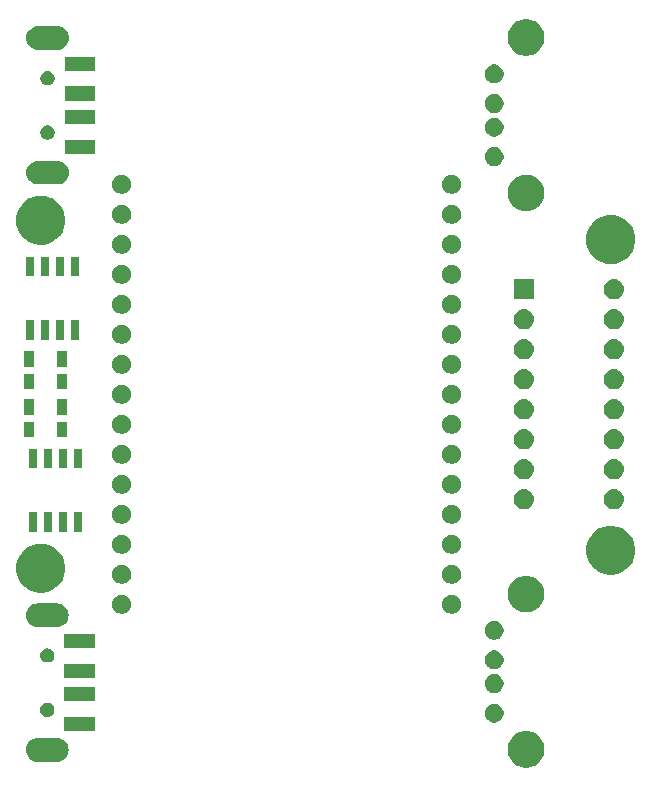
<source format=gbr>
G04 #@! TF.GenerationSoftware,KiCad,Pcbnew,(5.0.1)-4*
G04 #@! TF.CreationDate,2018-12-13T19:21:25-06:00*
G04 #@! TF.ProjectId,ExpansionUSB,457870616E73696F6E5553422E6B6963,rev?*
G04 #@! TF.SameCoordinates,Original*
G04 #@! TF.FileFunction,Soldermask,Top*
G04 #@! TF.FilePolarity,Negative*
%FSLAX46Y46*%
G04 Gerber Fmt 4.6, Leading zero omitted, Abs format (unit mm)*
G04 Created by KiCad (PCBNEW (5.0.1)-4) date 13/12/2018 19:21:25*
%MOMM*%
%LPD*%
G01*
G04 APERTURE LIST*
%ADD10C,0.100000*%
G04 APERTURE END LIST*
D10*
G36*
X157880357Y-126954843D02*
X157980232Y-126974709D01*
X158097139Y-127023134D01*
X158262471Y-127091616D01*
X158516485Y-127261343D01*
X158732497Y-127477355D01*
X158902224Y-127731369D01*
X159019131Y-128013609D01*
X159078730Y-128313231D01*
X159078730Y-128618729D01*
X159019131Y-128918351D01*
X158902224Y-129200591D01*
X158732497Y-129454605D01*
X158516485Y-129670617D01*
X158262471Y-129840344D01*
X158097139Y-129908826D01*
X157980232Y-129957251D01*
X157880357Y-129977117D01*
X157680609Y-130016850D01*
X157375111Y-130016850D01*
X157175363Y-129977117D01*
X157075488Y-129957251D01*
X156958581Y-129908826D01*
X156793249Y-129840344D01*
X156539235Y-129670617D01*
X156323223Y-129454605D01*
X156153496Y-129200591D01*
X156036589Y-128918351D01*
X155976990Y-128618729D01*
X155976990Y-128313231D01*
X156036589Y-128013609D01*
X156153496Y-127731369D01*
X156323223Y-127477355D01*
X156539235Y-127261343D01*
X156793249Y-127091616D01*
X156958581Y-127023134D01*
X157075488Y-126974709D01*
X157175363Y-126954843D01*
X157375111Y-126915110D01*
X157680609Y-126915110D01*
X157880357Y-126954843D01*
X157880357Y-126954843D01*
G37*
G36*
X117990232Y-127522483D02*
X118178919Y-127579721D01*
X118352817Y-127672671D01*
X118505239Y-127797761D01*
X118630329Y-127950183D01*
X118723279Y-128124081D01*
X118780517Y-128312768D01*
X118799843Y-128509000D01*
X118780517Y-128705232D01*
X118723279Y-128893919D01*
X118630329Y-129067817D01*
X118505239Y-129220239D01*
X118352817Y-129345329D01*
X118178919Y-129438279D01*
X117990232Y-129495517D01*
X117843176Y-129510000D01*
X116144824Y-129510000D01*
X115997768Y-129495517D01*
X115809081Y-129438279D01*
X115635183Y-129345329D01*
X115482761Y-129220239D01*
X115357671Y-129067817D01*
X115264721Y-128893919D01*
X115207483Y-128705232D01*
X115188157Y-128509000D01*
X115207483Y-128312768D01*
X115264721Y-128124081D01*
X115357671Y-127950183D01*
X115482761Y-127797761D01*
X115635183Y-127672671D01*
X115809081Y-127579721D01*
X115997768Y-127522483D01*
X116144824Y-127508000D01*
X117843176Y-127508000D01*
X117990232Y-127522483D01*
X117990232Y-127522483D01*
G37*
G36*
X121045000Y-126910000D02*
X118443000Y-126910000D01*
X118443000Y-125708000D01*
X121045000Y-125708000D01*
X121045000Y-126910000D01*
X121045000Y-126910000D01*
G37*
G36*
X155051489Y-124624354D02*
X155197366Y-124684778D01*
X155328061Y-124772106D01*
X155328654Y-124772502D01*
X155440298Y-124884146D01*
X155440300Y-124884149D01*
X155528022Y-125015434D01*
X155588446Y-125161311D01*
X155619250Y-125316172D01*
X155619250Y-125474068D01*
X155588446Y-125628929D01*
X155528022Y-125774806D01*
X155440694Y-125905501D01*
X155440298Y-125906094D01*
X155328654Y-126017738D01*
X155328651Y-126017740D01*
X155197366Y-126105462D01*
X155051489Y-126165886D01*
X154896628Y-126196690D01*
X154738732Y-126196690D01*
X154583871Y-126165886D01*
X154437994Y-126105462D01*
X154306709Y-126017740D01*
X154306706Y-126017738D01*
X154195062Y-125906094D01*
X154194666Y-125905501D01*
X154107338Y-125774806D01*
X154046914Y-125628929D01*
X154016110Y-125474068D01*
X154016110Y-125316172D01*
X154046914Y-125161311D01*
X154107338Y-125015434D01*
X154195060Y-124884149D01*
X154195062Y-124884146D01*
X154306706Y-124772502D01*
X154307299Y-124772106D01*
X154437994Y-124684778D01*
X154583871Y-124624354D01*
X154738732Y-124593550D01*
X154896628Y-124593550D01*
X155051489Y-124624354D01*
X155051489Y-124624354D01*
G37*
G36*
X117169305Y-124531096D02*
X117278680Y-124576400D01*
X117377118Y-124642175D01*
X117460825Y-124725882D01*
X117526600Y-124824320D01*
X117571904Y-124933695D01*
X117595000Y-125049806D01*
X117595000Y-125168194D01*
X117571904Y-125284305D01*
X117526600Y-125393680D01*
X117460825Y-125492118D01*
X117377118Y-125575825D01*
X117278680Y-125641600D01*
X117169305Y-125686904D01*
X117053194Y-125710000D01*
X116934806Y-125710000D01*
X116818695Y-125686904D01*
X116709320Y-125641600D01*
X116610882Y-125575825D01*
X116527175Y-125492118D01*
X116461400Y-125393680D01*
X116416096Y-125284305D01*
X116393000Y-125168194D01*
X116393000Y-125049806D01*
X116416096Y-124933695D01*
X116461400Y-124824320D01*
X116527175Y-124725882D01*
X116610882Y-124642175D01*
X116709320Y-124576400D01*
X116818695Y-124531096D01*
X116934806Y-124508000D01*
X117053194Y-124508000D01*
X117169305Y-124531096D01*
X117169305Y-124531096D01*
G37*
G36*
X121045000Y-124410000D02*
X118443000Y-124410000D01*
X118443000Y-123208000D01*
X121045000Y-123208000D01*
X121045000Y-124410000D01*
X121045000Y-124410000D01*
G37*
G36*
X155051489Y-122124994D02*
X155197366Y-122185418D01*
X155328061Y-122272746D01*
X155328654Y-122273142D01*
X155440298Y-122384786D01*
X155440300Y-122384789D01*
X155528022Y-122516074D01*
X155588446Y-122661951D01*
X155619250Y-122816812D01*
X155619250Y-122974708D01*
X155588446Y-123129569D01*
X155528022Y-123275446D01*
X155440694Y-123406141D01*
X155440298Y-123406734D01*
X155328654Y-123518378D01*
X155328651Y-123518380D01*
X155197366Y-123606102D01*
X155051489Y-123666526D01*
X154896628Y-123697330D01*
X154738732Y-123697330D01*
X154583871Y-123666526D01*
X154437994Y-123606102D01*
X154306709Y-123518380D01*
X154306706Y-123518378D01*
X154195062Y-123406734D01*
X154194666Y-123406141D01*
X154107338Y-123275446D01*
X154046914Y-123129569D01*
X154016110Y-122974708D01*
X154016110Y-122816812D01*
X154046914Y-122661951D01*
X154107338Y-122516074D01*
X154195060Y-122384789D01*
X154195062Y-122384786D01*
X154306706Y-122273142D01*
X154307299Y-122272746D01*
X154437994Y-122185418D01*
X154583871Y-122124994D01*
X154738732Y-122094190D01*
X154896628Y-122094190D01*
X155051489Y-122124994D01*
X155051489Y-122124994D01*
G37*
G36*
X121045000Y-122410000D02*
X118443000Y-122410000D01*
X118443000Y-121208000D01*
X121045000Y-121208000D01*
X121045000Y-122410000D01*
X121045000Y-122410000D01*
G37*
G36*
X155051489Y-120123474D02*
X155197366Y-120183898D01*
X155328061Y-120271226D01*
X155328654Y-120271622D01*
X155440298Y-120383266D01*
X155440300Y-120383269D01*
X155528022Y-120514554D01*
X155588446Y-120660431D01*
X155619250Y-120815292D01*
X155619250Y-120973188D01*
X155588446Y-121128049D01*
X155528022Y-121273926D01*
X155440694Y-121404621D01*
X155440298Y-121405214D01*
X155328654Y-121516858D01*
X155328651Y-121516860D01*
X155197366Y-121604582D01*
X155051489Y-121665006D01*
X154896628Y-121695810D01*
X154738732Y-121695810D01*
X154583871Y-121665006D01*
X154437994Y-121604582D01*
X154306709Y-121516860D01*
X154306706Y-121516858D01*
X154195062Y-121405214D01*
X154194666Y-121404621D01*
X154107338Y-121273926D01*
X154046914Y-121128049D01*
X154016110Y-120973188D01*
X154016110Y-120815292D01*
X154046914Y-120660431D01*
X154107338Y-120514554D01*
X154195060Y-120383269D01*
X154195062Y-120383266D01*
X154306706Y-120271622D01*
X154307299Y-120271226D01*
X154437994Y-120183898D01*
X154583871Y-120123474D01*
X154738732Y-120092670D01*
X154896628Y-120092670D01*
X155051489Y-120123474D01*
X155051489Y-120123474D01*
G37*
G36*
X117169305Y-119931096D02*
X117278680Y-119976400D01*
X117377118Y-120042175D01*
X117460825Y-120125882D01*
X117526600Y-120224320D01*
X117571904Y-120333695D01*
X117595000Y-120449806D01*
X117595000Y-120568194D01*
X117571904Y-120684305D01*
X117526600Y-120793680D01*
X117460825Y-120892118D01*
X117377118Y-120975825D01*
X117278680Y-121041600D01*
X117169305Y-121086904D01*
X117053194Y-121110000D01*
X116934806Y-121110000D01*
X116818695Y-121086904D01*
X116709320Y-121041600D01*
X116610882Y-120975825D01*
X116527175Y-120892118D01*
X116461400Y-120793680D01*
X116416096Y-120684305D01*
X116393000Y-120568194D01*
X116393000Y-120449806D01*
X116416096Y-120333695D01*
X116461400Y-120224320D01*
X116527175Y-120125882D01*
X116610882Y-120042175D01*
X116709320Y-119976400D01*
X116818695Y-119931096D01*
X116934806Y-119908000D01*
X117053194Y-119908000D01*
X117169305Y-119931096D01*
X117169305Y-119931096D01*
G37*
G36*
X121045000Y-119910000D02*
X118443000Y-119910000D01*
X118443000Y-118708000D01*
X121045000Y-118708000D01*
X121045000Y-119910000D01*
X121045000Y-119910000D01*
G37*
G36*
X155051489Y-117624114D02*
X155197366Y-117684538D01*
X155328061Y-117771866D01*
X155328654Y-117772262D01*
X155440298Y-117883906D01*
X155440300Y-117883909D01*
X155528022Y-118015194D01*
X155588446Y-118161071D01*
X155619250Y-118315932D01*
X155619250Y-118473828D01*
X155588446Y-118628689D01*
X155528022Y-118774566D01*
X155440694Y-118905261D01*
X155440298Y-118905854D01*
X155328654Y-119017498D01*
X155328651Y-119017500D01*
X155197366Y-119105222D01*
X155051489Y-119165646D01*
X154896628Y-119196450D01*
X154738732Y-119196450D01*
X154583871Y-119165646D01*
X154437994Y-119105222D01*
X154306709Y-119017500D01*
X154306706Y-119017498D01*
X154195062Y-118905854D01*
X154194666Y-118905261D01*
X154107338Y-118774566D01*
X154046914Y-118628689D01*
X154016110Y-118473828D01*
X154016110Y-118315932D01*
X154046914Y-118161071D01*
X154107338Y-118015194D01*
X154195060Y-117883909D01*
X154195062Y-117883906D01*
X154306706Y-117772262D01*
X154307299Y-117771866D01*
X154437994Y-117684538D01*
X154583871Y-117624114D01*
X154738732Y-117593310D01*
X154896628Y-117593310D01*
X155051489Y-117624114D01*
X155051489Y-117624114D01*
G37*
G36*
X117990232Y-116122483D02*
X118178919Y-116179721D01*
X118352817Y-116272671D01*
X118505239Y-116397761D01*
X118630329Y-116550183D01*
X118723279Y-116724081D01*
X118780517Y-116912768D01*
X118799843Y-117109000D01*
X118780517Y-117305232D01*
X118723279Y-117493919D01*
X118630329Y-117667817D01*
X118505239Y-117820239D01*
X118352817Y-117945329D01*
X118178919Y-118038279D01*
X117990232Y-118095517D01*
X117843176Y-118110000D01*
X116144824Y-118110000D01*
X115997768Y-118095517D01*
X115809081Y-118038279D01*
X115635183Y-117945329D01*
X115482761Y-117820239D01*
X115357671Y-117667817D01*
X115264721Y-117493919D01*
X115207483Y-117305232D01*
X115188157Y-117109000D01*
X115207483Y-116912768D01*
X115264721Y-116724081D01*
X115357671Y-116550183D01*
X115482761Y-116397761D01*
X115635183Y-116272671D01*
X115809081Y-116179721D01*
X115997768Y-116122483D01*
X116144824Y-116108000D01*
X117843176Y-116108000D01*
X117990232Y-116122483D01*
X117990232Y-116122483D01*
G37*
G36*
X123529142Y-115398242D02*
X123677102Y-115459530D01*
X123810258Y-115548502D01*
X123923498Y-115661742D01*
X124012470Y-115794898D01*
X124073758Y-115942858D01*
X124105000Y-116099925D01*
X124105000Y-116260075D01*
X124073758Y-116417142D01*
X124027566Y-116528657D01*
X124012471Y-116565100D01*
X123923499Y-116698257D01*
X123810257Y-116811499D01*
X123744130Y-116855683D01*
X123677102Y-116900470D01*
X123677101Y-116900471D01*
X123677100Y-116900471D01*
X123647408Y-116912770D01*
X123529142Y-116961758D01*
X123372075Y-116993000D01*
X123211925Y-116993000D01*
X123054858Y-116961758D01*
X122936592Y-116912770D01*
X122906900Y-116900471D01*
X122906899Y-116900471D01*
X122906898Y-116900470D01*
X122839870Y-116855683D01*
X122773743Y-116811499D01*
X122660501Y-116698257D01*
X122571529Y-116565100D01*
X122556434Y-116528657D01*
X122510242Y-116417142D01*
X122479000Y-116260075D01*
X122479000Y-116099925D01*
X122510242Y-115942858D01*
X122571530Y-115794898D01*
X122660502Y-115661742D01*
X122773742Y-115548502D01*
X122906898Y-115459530D01*
X123054858Y-115398242D01*
X123211925Y-115367000D01*
X123372075Y-115367000D01*
X123529142Y-115398242D01*
X123529142Y-115398242D01*
G37*
G36*
X151469142Y-115398242D02*
X151617102Y-115459530D01*
X151750258Y-115548502D01*
X151863498Y-115661742D01*
X151952470Y-115794898D01*
X152013758Y-115942858D01*
X152045000Y-116099925D01*
X152045000Y-116260075D01*
X152013758Y-116417142D01*
X151967566Y-116528657D01*
X151952471Y-116565100D01*
X151863499Y-116698257D01*
X151750257Y-116811499D01*
X151684130Y-116855683D01*
X151617102Y-116900470D01*
X151617101Y-116900471D01*
X151617100Y-116900471D01*
X151587408Y-116912770D01*
X151469142Y-116961758D01*
X151312075Y-116993000D01*
X151151925Y-116993000D01*
X150994858Y-116961758D01*
X150876592Y-116912770D01*
X150846900Y-116900471D01*
X150846899Y-116900471D01*
X150846898Y-116900470D01*
X150779870Y-116855683D01*
X150713743Y-116811499D01*
X150600501Y-116698257D01*
X150511529Y-116565100D01*
X150496434Y-116528657D01*
X150450242Y-116417142D01*
X150419000Y-116260075D01*
X150419000Y-116099925D01*
X150450242Y-115942858D01*
X150511530Y-115794898D01*
X150600502Y-115661742D01*
X150713742Y-115548502D01*
X150846898Y-115459530D01*
X150994858Y-115398242D01*
X151151925Y-115367000D01*
X151312075Y-115367000D01*
X151469142Y-115398242D01*
X151469142Y-115398242D01*
G37*
G36*
X157880357Y-113812883D02*
X157980232Y-113832749D01*
X158087406Y-113877142D01*
X158262471Y-113949656D01*
X158516485Y-114119383D01*
X158732497Y-114335395D01*
X158902224Y-114589409D01*
X159019131Y-114871649D01*
X159078730Y-115171271D01*
X159078730Y-115476769D01*
X159064461Y-115548502D01*
X159019131Y-115776392D01*
X158970706Y-115893299D01*
X158902224Y-116058631D01*
X158732497Y-116312645D01*
X158516485Y-116528657D01*
X158262471Y-116698384D01*
X158097139Y-116766866D01*
X157980232Y-116815291D01*
X157880357Y-116835157D01*
X157680609Y-116874890D01*
X157375111Y-116874890D01*
X157175363Y-116835157D01*
X157075488Y-116815291D01*
X156958581Y-116766866D01*
X156793249Y-116698384D01*
X156539235Y-116528657D01*
X156323223Y-116312645D01*
X156153496Y-116058631D01*
X156085014Y-115893299D01*
X156036589Y-115776392D01*
X155991259Y-115548502D01*
X155976990Y-115476769D01*
X155976990Y-115171271D01*
X156036589Y-114871649D01*
X156153496Y-114589409D01*
X156323223Y-114335395D01*
X156539235Y-114119383D01*
X156793249Y-113949656D01*
X156968314Y-113877142D01*
X157075488Y-113832749D01*
X157175363Y-113812883D01*
X157375111Y-113773150D01*
X157680609Y-113773150D01*
X157880357Y-113812883D01*
X157880357Y-113812883D01*
G37*
G36*
X116840373Y-111089024D02*
X117041589Y-111129048D01*
X117420671Y-111286069D01*
X117497107Y-111337142D01*
X117761838Y-111514030D01*
X118051970Y-111804162D01*
X118279932Y-112145331D01*
X118436952Y-112524412D01*
X118515546Y-112919529D01*
X118517000Y-112926842D01*
X118517000Y-113337158D01*
X118436952Y-113739589D01*
X118279931Y-114118671D01*
X118177815Y-114271498D01*
X118051970Y-114459838D01*
X117761838Y-114749970D01*
X117761835Y-114749972D01*
X117420671Y-114977931D01*
X117041589Y-115134952D01*
X116859000Y-115171271D01*
X116639159Y-115215000D01*
X116228841Y-115215000D01*
X116009000Y-115171271D01*
X115826411Y-115134952D01*
X115447329Y-114977931D01*
X115106165Y-114749972D01*
X115106162Y-114749970D01*
X114816030Y-114459838D01*
X114690185Y-114271498D01*
X114588069Y-114118671D01*
X114431048Y-113739589D01*
X114351000Y-113337158D01*
X114351000Y-112926842D01*
X114352455Y-112919529D01*
X114431048Y-112524412D01*
X114588068Y-112145331D01*
X114816030Y-111804162D01*
X115106162Y-111514030D01*
X115370893Y-111337142D01*
X115447329Y-111286069D01*
X115826411Y-111129048D01*
X116027627Y-111089024D01*
X116228841Y-111049000D01*
X116639159Y-111049000D01*
X116840373Y-111089024D01*
X116840373Y-111089024D01*
G37*
G36*
X151469142Y-112858242D02*
X151617102Y-112919530D01*
X151750258Y-113008502D01*
X151863498Y-113121742D01*
X151952470Y-113254898D01*
X152013758Y-113402858D01*
X152045000Y-113559925D01*
X152045000Y-113720075D01*
X152013758Y-113877142D01*
X151983721Y-113949656D01*
X151952471Y-114025100D01*
X151889474Y-114119383D01*
X151863498Y-114158258D01*
X151750258Y-114271498D01*
X151617102Y-114360470D01*
X151469142Y-114421758D01*
X151312075Y-114453000D01*
X151151925Y-114453000D01*
X150994858Y-114421758D01*
X150846898Y-114360470D01*
X150713742Y-114271498D01*
X150600502Y-114158258D01*
X150574527Y-114119383D01*
X150511529Y-114025100D01*
X150480279Y-113949656D01*
X150450242Y-113877142D01*
X150419000Y-113720075D01*
X150419000Y-113559925D01*
X150450242Y-113402858D01*
X150511530Y-113254898D01*
X150600502Y-113121742D01*
X150713742Y-113008502D01*
X150846898Y-112919530D01*
X150994858Y-112858242D01*
X151151925Y-112827000D01*
X151312075Y-112827000D01*
X151469142Y-112858242D01*
X151469142Y-112858242D01*
G37*
G36*
X123529142Y-112858242D02*
X123677102Y-112919530D01*
X123810258Y-113008502D01*
X123923498Y-113121742D01*
X124012470Y-113254898D01*
X124073758Y-113402858D01*
X124105000Y-113559925D01*
X124105000Y-113720075D01*
X124073758Y-113877142D01*
X124043721Y-113949656D01*
X124012471Y-114025100D01*
X123949474Y-114119383D01*
X123923498Y-114158258D01*
X123810258Y-114271498D01*
X123677102Y-114360470D01*
X123529142Y-114421758D01*
X123372075Y-114453000D01*
X123211925Y-114453000D01*
X123054858Y-114421758D01*
X122906898Y-114360470D01*
X122773742Y-114271498D01*
X122660502Y-114158258D01*
X122634527Y-114119383D01*
X122571529Y-114025100D01*
X122540279Y-113949656D01*
X122510242Y-113877142D01*
X122479000Y-113720075D01*
X122479000Y-113559925D01*
X122510242Y-113402858D01*
X122571530Y-113254898D01*
X122660502Y-113121742D01*
X122773742Y-113008502D01*
X122906898Y-112919530D01*
X123054858Y-112858242D01*
X123211925Y-112827000D01*
X123372075Y-112827000D01*
X123529142Y-112858242D01*
X123529142Y-112858242D01*
G37*
G36*
X165301589Y-109605048D02*
X165680671Y-109762069D01*
X166017294Y-109986994D01*
X166021838Y-109990030D01*
X166311970Y-110280162D01*
X166311972Y-110280165D01*
X166539931Y-110621329D01*
X166696952Y-111000411D01*
X166700834Y-111019926D01*
X166777000Y-111402841D01*
X166777000Y-111813159D01*
X166696952Y-112215588D01*
X166539932Y-112594669D01*
X166311970Y-112935838D01*
X166021838Y-113225970D01*
X166021835Y-113225972D01*
X165680671Y-113453931D01*
X165301589Y-113610952D01*
X165100373Y-113650976D01*
X164899159Y-113691000D01*
X164488841Y-113691000D01*
X164287627Y-113650976D01*
X164086411Y-113610952D01*
X163707329Y-113453931D01*
X163366165Y-113225972D01*
X163366162Y-113225970D01*
X163076030Y-112935838D01*
X162848068Y-112594669D01*
X162691048Y-112215588D01*
X162611000Y-111813159D01*
X162611000Y-111402841D01*
X162687166Y-111019926D01*
X162691048Y-111000411D01*
X162848069Y-110621329D01*
X163076028Y-110280165D01*
X163076030Y-110280162D01*
X163366162Y-109990030D01*
X163370706Y-109986994D01*
X163707329Y-109762069D01*
X164086411Y-109605048D01*
X164488841Y-109525000D01*
X164899159Y-109525000D01*
X165301589Y-109605048D01*
X165301589Y-109605048D01*
G37*
G36*
X151469142Y-110318242D02*
X151617102Y-110379530D01*
X151750258Y-110468502D01*
X151863498Y-110581742D01*
X151952470Y-110714898D01*
X152013758Y-110862858D01*
X152045000Y-111019925D01*
X152045000Y-111180075D01*
X152013758Y-111337142D01*
X151952470Y-111485102D01*
X151863498Y-111618258D01*
X151750258Y-111731498D01*
X151617102Y-111820470D01*
X151469142Y-111881758D01*
X151312075Y-111913000D01*
X151151925Y-111913000D01*
X150994858Y-111881758D01*
X150846898Y-111820470D01*
X150713742Y-111731498D01*
X150600502Y-111618258D01*
X150511530Y-111485102D01*
X150450242Y-111337142D01*
X150419000Y-111180075D01*
X150419000Y-111019925D01*
X150450242Y-110862858D01*
X150511530Y-110714898D01*
X150600502Y-110581742D01*
X150713742Y-110468502D01*
X150846898Y-110379530D01*
X150994858Y-110318242D01*
X151151925Y-110287000D01*
X151312075Y-110287000D01*
X151469142Y-110318242D01*
X151469142Y-110318242D01*
G37*
G36*
X123529142Y-110318242D02*
X123677102Y-110379530D01*
X123810258Y-110468502D01*
X123923498Y-110581742D01*
X124012470Y-110714898D01*
X124073758Y-110862858D01*
X124105000Y-111019925D01*
X124105000Y-111180075D01*
X124073758Y-111337142D01*
X124012470Y-111485102D01*
X123923498Y-111618258D01*
X123810258Y-111731498D01*
X123677102Y-111820470D01*
X123529142Y-111881758D01*
X123372075Y-111913000D01*
X123211925Y-111913000D01*
X123054858Y-111881758D01*
X122906898Y-111820470D01*
X122773742Y-111731498D01*
X122660502Y-111618258D01*
X122571530Y-111485102D01*
X122510242Y-111337142D01*
X122479000Y-111180075D01*
X122479000Y-111019925D01*
X122510242Y-110862858D01*
X122571530Y-110714898D01*
X122660502Y-110581742D01*
X122773742Y-110468502D01*
X122906898Y-110379530D01*
X123054858Y-110318242D01*
X123211925Y-110287000D01*
X123372075Y-110287000D01*
X123529142Y-110318242D01*
X123529142Y-110318242D01*
G37*
G36*
X119960000Y-110054000D02*
X119258000Y-110054000D01*
X119258000Y-108402000D01*
X119960000Y-108402000D01*
X119960000Y-110054000D01*
X119960000Y-110054000D01*
G37*
G36*
X118690000Y-110054000D02*
X117988000Y-110054000D01*
X117988000Y-108402000D01*
X118690000Y-108402000D01*
X118690000Y-110054000D01*
X118690000Y-110054000D01*
G37*
G36*
X117420000Y-110054000D02*
X116718000Y-110054000D01*
X116718000Y-108402000D01*
X117420000Y-108402000D01*
X117420000Y-110054000D01*
X117420000Y-110054000D01*
G37*
G36*
X116150000Y-110054000D02*
X115448000Y-110054000D01*
X115448000Y-108402000D01*
X116150000Y-108402000D01*
X116150000Y-110054000D01*
X116150000Y-110054000D01*
G37*
G36*
X151469142Y-107778242D02*
X151617102Y-107839530D01*
X151750258Y-107928502D01*
X151863498Y-108041742D01*
X151952470Y-108174898D01*
X152013758Y-108322858D01*
X152045000Y-108479925D01*
X152045000Y-108640075D01*
X152013758Y-108797142D01*
X151952470Y-108945102D01*
X151863498Y-109078258D01*
X151750258Y-109191498D01*
X151617102Y-109280470D01*
X151469142Y-109341758D01*
X151312075Y-109373000D01*
X151151925Y-109373000D01*
X150994858Y-109341758D01*
X150846898Y-109280470D01*
X150713742Y-109191498D01*
X150600502Y-109078258D01*
X150511530Y-108945102D01*
X150450242Y-108797142D01*
X150419000Y-108640075D01*
X150419000Y-108479925D01*
X150450242Y-108322858D01*
X150511530Y-108174898D01*
X150600502Y-108041742D01*
X150713742Y-107928502D01*
X150846898Y-107839530D01*
X150994858Y-107778242D01*
X151151925Y-107747000D01*
X151312075Y-107747000D01*
X151469142Y-107778242D01*
X151469142Y-107778242D01*
G37*
G36*
X123529142Y-107778242D02*
X123677102Y-107839530D01*
X123810258Y-107928502D01*
X123923498Y-108041742D01*
X124012470Y-108174898D01*
X124073758Y-108322858D01*
X124105000Y-108479925D01*
X124105000Y-108640075D01*
X124073758Y-108797142D01*
X124012470Y-108945102D01*
X123923498Y-109078258D01*
X123810258Y-109191498D01*
X123677102Y-109280470D01*
X123529142Y-109341758D01*
X123372075Y-109373000D01*
X123211925Y-109373000D01*
X123054858Y-109341758D01*
X122906898Y-109280470D01*
X122773742Y-109191498D01*
X122660502Y-109078258D01*
X122571530Y-108945102D01*
X122510242Y-108797142D01*
X122479000Y-108640075D01*
X122479000Y-108479925D01*
X122510242Y-108322858D01*
X122571530Y-108174898D01*
X122660502Y-108041742D01*
X122773742Y-107928502D01*
X122906898Y-107839530D01*
X123054858Y-107778242D01*
X123211925Y-107747000D01*
X123372075Y-107747000D01*
X123529142Y-107778242D01*
X123529142Y-107778242D01*
G37*
G36*
X157494821Y-106450913D02*
X157494824Y-106450914D01*
X157494825Y-106450914D01*
X157655239Y-106499575D01*
X157655241Y-106499576D01*
X157655244Y-106499577D01*
X157803078Y-106578595D01*
X157932659Y-106684941D01*
X158039005Y-106814522D01*
X158118023Y-106962356D01*
X158166687Y-107122779D01*
X158183117Y-107289600D01*
X158166687Y-107456421D01*
X158118023Y-107616844D01*
X158039005Y-107764678D01*
X157932659Y-107894259D01*
X157803078Y-108000605D01*
X157655244Y-108079623D01*
X157655241Y-108079624D01*
X157655239Y-108079625D01*
X157494825Y-108128286D01*
X157494824Y-108128286D01*
X157494821Y-108128287D01*
X157369804Y-108140600D01*
X157286196Y-108140600D01*
X157161179Y-108128287D01*
X157161176Y-108128286D01*
X157161175Y-108128286D01*
X157000761Y-108079625D01*
X157000759Y-108079624D01*
X157000756Y-108079623D01*
X156852922Y-108000605D01*
X156723341Y-107894259D01*
X156616995Y-107764678D01*
X156537977Y-107616844D01*
X156489313Y-107456421D01*
X156472883Y-107289600D01*
X156489313Y-107122779D01*
X156537977Y-106962356D01*
X156616995Y-106814522D01*
X156723341Y-106684941D01*
X156852922Y-106578595D01*
X157000756Y-106499577D01*
X157000759Y-106499576D01*
X157000761Y-106499575D01*
X157161175Y-106450914D01*
X157161176Y-106450914D01*
X157161179Y-106450913D01*
X157286196Y-106438600D01*
X157369804Y-106438600D01*
X157494821Y-106450913D01*
X157494821Y-106450913D01*
G37*
G36*
X165114821Y-106450913D02*
X165114824Y-106450914D01*
X165114825Y-106450914D01*
X165275239Y-106499575D01*
X165275241Y-106499576D01*
X165275244Y-106499577D01*
X165423078Y-106578595D01*
X165552659Y-106684941D01*
X165659005Y-106814522D01*
X165738023Y-106962356D01*
X165786687Y-107122779D01*
X165803117Y-107289600D01*
X165786687Y-107456421D01*
X165738023Y-107616844D01*
X165659005Y-107764678D01*
X165552659Y-107894259D01*
X165423078Y-108000605D01*
X165275244Y-108079623D01*
X165275241Y-108079624D01*
X165275239Y-108079625D01*
X165114825Y-108128286D01*
X165114824Y-108128286D01*
X165114821Y-108128287D01*
X164989804Y-108140600D01*
X164906196Y-108140600D01*
X164781179Y-108128287D01*
X164781176Y-108128286D01*
X164781175Y-108128286D01*
X164620761Y-108079625D01*
X164620759Y-108079624D01*
X164620756Y-108079623D01*
X164472922Y-108000605D01*
X164343341Y-107894259D01*
X164236995Y-107764678D01*
X164157977Y-107616844D01*
X164109313Y-107456421D01*
X164092883Y-107289600D01*
X164109313Y-107122779D01*
X164157977Y-106962356D01*
X164236995Y-106814522D01*
X164343341Y-106684941D01*
X164472922Y-106578595D01*
X164620756Y-106499577D01*
X164620759Y-106499576D01*
X164620761Y-106499575D01*
X164781175Y-106450914D01*
X164781176Y-106450914D01*
X164781179Y-106450913D01*
X164906196Y-106438600D01*
X164989804Y-106438600D01*
X165114821Y-106450913D01*
X165114821Y-106450913D01*
G37*
G36*
X123529142Y-105238242D02*
X123677102Y-105299530D01*
X123810258Y-105388502D01*
X123923498Y-105501742D01*
X124012470Y-105634898D01*
X124073758Y-105782858D01*
X124105000Y-105939925D01*
X124105000Y-106100075D01*
X124073758Y-106257142D01*
X124012470Y-106405102D01*
X123923498Y-106538258D01*
X123810258Y-106651498D01*
X123677102Y-106740470D01*
X123529142Y-106801758D01*
X123372075Y-106833000D01*
X123211925Y-106833000D01*
X123054858Y-106801758D01*
X122906898Y-106740470D01*
X122773742Y-106651498D01*
X122660502Y-106538258D01*
X122571530Y-106405102D01*
X122510242Y-106257142D01*
X122479000Y-106100075D01*
X122479000Y-105939925D01*
X122510242Y-105782858D01*
X122571530Y-105634898D01*
X122660502Y-105501742D01*
X122773742Y-105388502D01*
X122906898Y-105299530D01*
X123054858Y-105238242D01*
X123211925Y-105207000D01*
X123372075Y-105207000D01*
X123529142Y-105238242D01*
X123529142Y-105238242D01*
G37*
G36*
X151469142Y-105238242D02*
X151617102Y-105299530D01*
X151750258Y-105388502D01*
X151863498Y-105501742D01*
X151952470Y-105634898D01*
X152013758Y-105782858D01*
X152045000Y-105939925D01*
X152045000Y-106100075D01*
X152013758Y-106257142D01*
X151952470Y-106405102D01*
X151863498Y-106538258D01*
X151750258Y-106651498D01*
X151617102Y-106740470D01*
X151469142Y-106801758D01*
X151312075Y-106833000D01*
X151151925Y-106833000D01*
X150994858Y-106801758D01*
X150846898Y-106740470D01*
X150713742Y-106651498D01*
X150600502Y-106538258D01*
X150511530Y-106405102D01*
X150450242Y-106257142D01*
X150419000Y-106100075D01*
X150419000Y-105939925D01*
X150450242Y-105782858D01*
X150511530Y-105634898D01*
X150600502Y-105501742D01*
X150713742Y-105388502D01*
X150846898Y-105299530D01*
X150994858Y-105238242D01*
X151151925Y-105207000D01*
X151312075Y-105207000D01*
X151469142Y-105238242D01*
X151469142Y-105238242D01*
G37*
G36*
X165114821Y-103910913D02*
X165114824Y-103910914D01*
X165114825Y-103910914D01*
X165275239Y-103959575D01*
X165275241Y-103959576D01*
X165275244Y-103959577D01*
X165423078Y-104038595D01*
X165552659Y-104144941D01*
X165659005Y-104274522D01*
X165738023Y-104422356D01*
X165786687Y-104582779D01*
X165803117Y-104749600D01*
X165786687Y-104916421D01*
X165738023Y-105076844D01*
X165659005Y-105224678D01*
X165552659Y-105354259D01*
X165423078Y-105460605D01*
X165275244Y-105539623D01*
X165275241Y-105539624D01*
X165275239Y-105539625D01*
X165114825Y-105588286D01*
X165114824Y-105588286D01*
X165114821Y-105588287D01*
X164989804Y-105600600D01*
X164906196Y-105600600D01*
X164781179Y-105588287D01*
X164781176Y-105588286D01*
X164781175Y-105588286D01*
X164620761Y-105539625D01*
X164620759Y-105539624D01*
X164620756Y-105539623D01*
X164472922Y-105460605D01*
X164343341Y-105354259D01*
X164236995Y-105224678D01*
X164157977Y-105076844D01*
X164109313Y-104916421D01*
X164092883Y-104749600D01*
X164109313Y-104582779D01*
X164157977Y-104422356D01*
X164236995Y-104274522D01*
X164343341Y-104144941D01*
X164472922Y-104038595D01*
X164620756Y-103959577D01*
X164620759Y-103959576D01*
X164620761Y-103959575D01*
X164781175Y-103910914D01*
X164781176Y-103910914D01*
X164781179Y-103910913D01*
X164906196Y-103898600D01*
X164989804Y-103898600D01*
X165114821Y-103910913D01*
X165114821Y-103910913D01*
G37*
G36*
X157494821Y-103910913D02*
X157494824Y-103910914D01*
X157494825Y-103910914D01*
X157655239Y-103959575D01*
X157655241Y-103959576D01*
X157655244Y-103959577D01*
X157803078Y-104038595D01*
X157932659Y-104144941D01*
X158039005Y-104274522D01*
X158118023Y-104422356D01*
X158166687Y-104582779D01*
X158183117Y-104749600D01*
X158166687Y-104916421D01*
X158118023Y-105076844D01*
X158039005Y-105224678D01*
X157932659Y-105354259D01*
X157803078Y-105460605D01*
X157655244Y-105539623D01*
X157655241Y-105539624D01*
X157655239Y-105539625D01*
X157494825Y-105588286D01*
X157494824Y-105588286D01*
X157494821Y-105588287D01*
X157369804Y-105600600D01*
X157286196Y-105600600D01*
X157161179Y-105588287D01*
X157161176Y-105588286D01*
X157161175Y-105588286D01*
X157000761Y-105539625D01*
X157000759Y-105539624D01*
X157000756Y-105539623D01*
X156852922Y-105460605D01*
X156723341Y-105354259D01*
X156616995Y-105224678D01*
X156537977Y-105076844D01*
X156489313Y-104916421D01*
X156472883Y-104749600D01*
X156489313Y-104582779D01*
X156537977Y-104422356D01*
X156616995Y-104274522D01*
X156723341Y-104144941D01*
X156852922Y-104038595D01*
X157000756Y-103959577D01*
X157000759Y-103959576D01*
X157000761Y-103959575D01*
X157161175Y-103910914D01*
X157161176Y-103910914D01*
X157161179Y-103910913D01*
X157286196Y-103898600D01*
X157369804Y-103898600D01*
X157494821Y-103910913D01*
X157494821Y-103910913D01*
G37*
G36*
X119960000Y-104654000D02*
X119258000Y-104654000D01*
X119258000Y-103002000D01*
X119960000Y-103002000D01*
X119960000Y-104654000D01*
X119960000Y-104654000D01*
G37*
G36*
X118690000Y-104654000D02*
X117988000Y-104654000D01*
X117988000Y-103002000D01*
X118690000Y-103002000D01*
X118690000Y-104654000D01*
X118690000Y-104654000D01*
G37*
G36*
X117420000Y-104654000D02*
X116718000Y-104654000D01*
X116718000Y-103002000D01*
X117420000Y-103002000D01*
X117420000Y-104654000D01*
X117420000Y-104654000D01*
G37*
G36*
X116150000Y-104654000D02*
X115448000Y-104654000D01*
X115448000Y-103002000D01*
X116150000Y-103002000D01*
X116150000Y-104654000D01*
X116150000Y-104654000D01*
G37*
G36*
X151469142Y-102698242D02*
X151617102Y-102759530D01*
X151750258Y-102848502D01*
X151863498Y-102961742D01*
X151952470Y-103094898D01*
X152013758Y-103242858D01*
X152045000Y-103399925D01*
X152045000Y-103560075D01*
X152013758Y-103717142D01*
X151952470Y-103865102D01*
X151863498Y-103998258D01*
X151750258Y-104111498D01*
X151617102Y-104200470D01*
X151469142Y-104261758D01*
X151312075Y-104293000D01*
X151151925Y-104293000D01*
X150994858Y-104261758D01*
X150846898Y-104200470D01*
X150713742Y-104111498D01*
X150600502Y-103998258D01*
X150511530Y-103865102D01*
X150450242Y-103717142D01*
X150419000Y-103560075D01*
X150419000Y-103399925D01*
X150450242Y-103242858D01*
X150511530Y-103094898D01*
X150600502Y-102961742D01*
X150713742Y-102848502D01*
X150846898Y-102759530D01*
X150994858Y-102698242D01*
X151151925Y-102667000D01*
X151312075Y-102667000D01*
X151469142Y-102698242D01*
X151469142Y-102698242D01*
G37*
G36*
X123529142Y-102698242D02*
X123677102Y-102759530D01*
X123810258Y-102848502D01*
X123923498Y-102961742D01*
X124012470Y-103094898D01*
X124073758Y-103242858D01*
X124105000Y-103399925D01*
X124105000Y-103560075D01*
X124073758Y-103717142D01*
X124012470Y-103865102D01*
X123923498Y-103998258D01*
X123810258Y-104111498D01*
X123677102Y-104200470D01*
X123529142Y-104261758D01*
X123372075Y-104293000D01*
X123211925Y-104293000D01*
X123054858Y-104261758D01*
X122906898Y-104200470D01*
X122773742Y-104111498D01*
X122660502Y-103998258D01*
X122571530Y-103865102D01*
X122510242Y-103717142D01*
X122479000Y-103560075D01*
X122479000Y-103399925D01*
X122510242Y-103242858D01*
X122571530Y-103094898D01*
X122660502Y-102961742D01*
X122773742Y-102848502D01*
X122906898Y-102759530D01*
X123054858Y-102698242D01*
X123211925Y-102667000D01*
X123372075Y-102667000D01*
X123529142Y-102698242D01*
X123529142Y-102698242D01*
G37*
G36*
X157494821Y-101370913D02*
X157494824Y-101370914D01*
X157494825Y-101370914D01*
X157655239Y-101419575D01*
X157655241Y-101419576D01*
X157655244Y-101419577D01*
X157803078Y-101498595D01*
X157932659Y-101604941D01*
X158039005Y-101734522D01*
X158118023Y-101882356D01*
X158166687Y-102042779D01*
X158183117Y-102209600D01*
X158166687Y-102376421D01*
X158118023Y-102536844D01*
X158039005Y-102684678D01*
X157932659Y-102814259D01*
X157803078Y-102920605D01*
X157655244Y-102999623D01*
X157655241Y-102999624D01*
X157655239Y-102999625D01*
X157494825Y-103048286D01*
X157494824Y-103048286D01*
X157494821Y-103048287D01*
X157369804Y-103060600D01*
X157286196Y-103060600D01*
X157161179Y-103048287D01*
X157161176Y-103048286D01*
X157161175Y-103048286D01*
X157000761Y-102999625D01*
X157000759Y-102999624D01*
X157000756Y-102999623D01*
X156852922Y-102920605D01*
X156723341Y-102814259D01*
X156616995Y-102684678D01*
X156537977Y-102536844D01*
X156489313Y-102376421D01*
X156472883Y-102209600D01*
X156489313Y-102042779D01*
X156537977Y-101882356D01*
X156616995Y-101734522D01*
X156723341Y-101604941D01*
X156852922Y-101498595D01*
X157000756Y-101419577D01*
X157000759Y-101419576D01*
X157000761Y-101419575D01*
X157161175Y-101370914D01*
X157161176Y-101370914D01*
X157161179Y-101370913D01*
X157286196Y-101358600D01*
X157369804Y-101358600D01*
X157494821Y-101370913D01*
X157494821Y-101370913D01*
G37*
G36*
X165114821Y-101370913D02*
X165114824Y-101370914D01*
X165114825Y-101370914D01*
X165275239Y-101419575D01*
X165275241Y-101419576D01*
X165275244Y-101419577D01*
X165423078Y-101498595D01*
X165552659Y-101604941D01*
X165659005Y-101734522D01*
X165738023Y-101882356D01*
X165786687Y-102042779D01*
X165803117Y-102209600D01*
X165786687Y-102376421D01*
X165738023Y-102536844D01*
X165659005Y-102684678D01*
X165552659Y-102814259D01*
X165423078Y-102920605D01*
X165275244Y-102999623D01*
X165275241Y-102999624D01*
X165275239Y-102999625D01*
X165114825Y-103048286D01*
X165114824Y-103048286D01*
X165114821Y-103048287D01*
X164989804Y-103060600D01*
X164906196Y-103060600D01*
X164781179Y-103048287D01*
X164781176Y-103048286D01*
X164781175Y-103048286D01*
X164620761Y-102999625D01*
X164620759Y-102999624D01*
X164620756Y-102999623D01*
X164472922Y-102920605D01*
X164343341Y-102814259D01*
X164236995Y-102684678D01*
X164157977Y-102536844D01*
X164109313Y-102376421D01*
X164092883Y-102209600D01*
X164109313Y-102042779D01*
X164157977Y-101882356D01*
X164236995Y-101734522D01*
X164343341Y-101604941D01*
X164472922Y-101498595D01*
X164620756Y-101419577D01*
X164620759Y-101419576D01*
X164620761Y-101419575D01*
X164781175Y-101370914D01*
X164781176Y-101370914D01*
X164781179Y-101370913D01*
X164906196Y-101358600D01*
X164989804Y-101358600D01*
X165114821Y-101370913D01*
X165114821Y-101370913D01*
G37*
G36*
X118638000Y-102033000D02*
X117786000Y-102033000D01*
X117786000Y-100731000D01*
X118638000Y-100731000D01*
X118638000Y-102033000D01*
X118638000Y-102033000D01*
G37*
G36*
X115844000Y-102033000D02*
X114992000Y-102033000D01*
X114992000Y-100731000D01*
X115844000Y-100731000D01*
X115844000Y-102033000D01*
X115844000Y-102033000D01*
G37*
G36*
X151469142Y-100158242D02*
X151617102Y-100219530D01*
X151750258Y-100308502D01*
X151863498Y-100421742D01*
X151952470Y-100554898D01*
X152013758Y-100702858D01*
X152045000Y-100859925D01*
X152045000Y-101020075D01*
X152013758Y-101177142D01*
X151952470Y-101325102D01*
X151863498Y-101458258D01*
X151750258Y-101571498D01*
X151617102Y-101660470D01*
X151469142Y-101721758D01*
X151312075Y-101753000D01*
X151151925Y-101753000D01*
X150994858Y-101721758D01*
X150846898Y-101660470D01*
X150713742Y-101571498D01*
X150600502Y-101458258D01*
X150511530Y-101325102D01*
X150450242Y-101177142D01*
X150419000Y-101020075D01*
X150419000Y-100859925D01*
X150450242Y-100702858D01*
X150511530Y-100554898D01*
X150600502Y-100421742D01*
X150713742Y-100308502D01*
X150846898Y-100219530D01*
X150994858Y-100158242D01*
X151151925Y-100127000D01*
X151312075Y-100127000D01*
X151469142Y-100158242D01*
X151469142Y-100158242D01*
G37*
G36*
X123529142Y-100158242D02*
X123677102Y-100219530D01*
X123810258Y-100308502D01*
X123923498Y-100421742D01*
X124012470Y-100554898D01*
X124073758Y-100702858D01*
X124105000Y-100859925D01*
X124105000Y-101020075D01*
X124073758Y-101177142D01*
X124012470Y-101325102D01*
X123923498Y-101458258D01*
X123810258Y-101571498D01*
X123677102Y-101660470D01*
X123529142Y-101721758D01*
X123372075Y-101753000D01*
X123211925Y-101753000D01*
X123054858Y-101721758D01*
X122906898Y-101660470D01*
X122773742Y-101571498D01*
X122660502Y-101458258D01*
X122571530Y-101325102D01*
X122510242Y-101177142D01*
X122479000Y-101020075D01*
X122479000Y-100859925D01*
X122510242Y-100702858D01*
X122571530Y-100554898D01*
X122660502Y-100421742D01*
X122773742Y-100308502D01*
X122906898Y-100219530D01*
X123054858Y-100158242D01*
X123211925Y-100127000D01*
X123372075Y-100127000D01*
X123529142Y-100158242D01*
X123529142Y-100158242D01*
G37*
G36*
X165114821Y-98830913D02*
X165114824Y-98830914D01*
X165114825Y-98830914D01*
X165275239Y-98879575D01*
X165275241Y-98879576D01*
X165275244Y-98879577D01*
X165423078Y-98958595D01*
X165552659Y-99064941D01*
X165659005Y-99194522D01*
X165738023Y-99342356D01*
X165786687Y-99502779D01*
X165803117Y-99669600D01*
X165786687Y-99836421D01*
X165738023Y-99996844D01*
X165659005Y-100144678D01*
X165552659Y-100274259D01*
X165423078Y-100380605D01*
X165275244Y-100459623D01*
X165275241Y-100459624D01*
X165275239Y-100459625D01*
X165114825Y-100508286D01*
X165114824Y-100508286D01*
X165114821Y-100508287D01*
X164989804Y-100520600D01*
X164906196Y-100520600D01*
X164781179Y-100508287D01*
X164781176Y-100508286D01*
X164781175Y-100508286D01*
X164620761Y-100459625D01*
X164620759Y-100459624D01*
X164620756Y-100459623D01*
X164472922Y-100380605D01*
X164343341Y-100274259D01*
X164236995Y-100144678D01*
X164157977Y-99996844D01*
X164109313Y-99836421D01*
X164092883Y-99669600D01*
X164109313Y-99502779D01*
X164157977Y-99342356D01*
X164236995Y-99194522D01*
X164343341Y-99064941D01*
X164472922Y-98958595D01*
X164620756Y-98879577D01*
X164620759Y-98879576D01*
X164620761Y-98879575D01*
X164781175Y-98830914D01*
X164781176Y-98830914D01*
X164781179Y-98830913D01*
X164906196Y-98818600D01*
X164989804Y-98818600D01*
X165114821Y-98830913D01*
X165114821Y-98830913D01*
G37*
G36*
X157494821Y-98830913D02*
X157494824Y-98830914D01*
X157494825Y-98830914D01*
X157655239Y-98879575D01*
X157655241Y-98879576D01*
X157655244Y-98879577D01*
X157803078Y-98958595D01*
X157932659Y-99064941D01*
X158039005Y-99194522D01*
X158118023Y-99342356D01*
X158166687Y-99502779D01*
X158183117Y-99669600D01*
X158166687Y-99836421D01*
X158118023Y-99996844D01*
X158039005Y-100144678D01*
X157932659Y-100274259D01*
X157803078Y-100380605D01*
X157655244Y-100459623D01*
X157655241Y-100459624D01*
X157655239Y-100459625D01*
X157494825Y-100508286D01*
X157494824Y-100508286D01*
X157494821Y-100508287D01*
X157369804Y-100520600D01*
X157286196Y-100520600D01*
X157161179Y-100508287D01*
X157161176Y-100508286D01*
X157161175Y-100508286D01*
X157000761Y-100459625D01*
X157000759Y-100459624D01*
X157000756Y-100459623D01*
X156852922Y-100380605D01*
X156723341Y-100274259D01*
X156616995Y-100144678D01*
X156537977Y-99996844D01*
X156489313Y-99836421D01*
X156472883Y-99669600D01*
X156489313Y-99502779D01*
X156537977Y-99342356D01*
X156616995Y-99194522D01*
X156723341Y-99064941D01*
X156852922Y-98958595D01*
X157000756Y-98879577D01*
X157000759Y-98879576D01*
X157000761Y-98879575D01*
X157161175Y-98830914D01*
X157161176Y-98830914D01*
X157161179Y-98830913D01*
X157286196Y-98818600D01*
X157369804Y-98818600D01*
X157494821Y-98830913D01*
X157494821Y-98830913D01*
G37*
G36*
X118638000Y-100133000D02*
X117786000Y-100133000D01*
X117786000Y-98831000D01*
X118638000Y-98831000D01*
X118638000Y-100133000D01*
X118638000Y-100133000D01*
G37*
G36*
X115844000Y-100133000D02*
X114992000Y-100133000D01*
X114992000Y-98831000D01*
X115844000Y-98831000D01*
X115844000Y-100133000D01*
X115844000Y-100133000D01*
G37*
G36*
X151469142Y-97618242D02*
X151617102Y-97679530D01*
X151750258Y-97768502D01*
X151863498Y-97881742D01*
X151952470Y-98014898D01*
X152013758Y-98162858D01*
X152045000Y-98319925D01*
X152045000Y-98480075D01*
X152013758Y-98637142D01*
X151952470Y-98785102D01*
X151863498Y-98918258D01*
X151750258Y-99031498D01*
X151617102Y-99120470D01*
X151469142Y-99181758D01*
X151312075Y-99213000D01*
X151151925Y-99213000D01*
X150994858Y-99181758D01*
X150846898Y-99120470D01*
X150713742Y-99031498D01*
X150600502Y-98918258D01*
X150511530Y-98785102D01*
X150450242Y-98637142D01*
X150419000Y-98480075D01*
X150419000Y-98319925D01*
X150450242Y-98162858D01*
X150511530Y-98014898D01*
X150600502Y-97881742D01*
X150713742Y-97768502D01*
X150846898Y-97679530D01*
X150994858Y-97618242D01*
X151151925Y-97587000D01*
X151312075Y-97587000D01*
X151469142Y-97618242D01*
X151469142Y-97618242D01*
G37*
G36*
X123529142Y-97618242D02*
X123677102Y-97679530D01*
X123810258Y-97768502D01*
X123923498Y-97881742D01*
X124012470Y-98014898D01*
X124073758Y-98162858D01*
X124105000Y-98319925D01*
X124105000Y-98480075D01*
X124073758Y-98637142D01*
X124012470Y-98785102D01*
X123923498Y-98918258D01*
X123810258Y-99031498D01*
X123677102Y-99120470D01*
X123529142Y-99181758D01*
X123372075Y-99213000D01*
X123211925Y-99213000D01*
X123054858Y-99181758D01*
X122906898Y-99120470D01*
X122773742Y-99031498D01*
X122660502Y-98918258D01*
X122571530Y-98785102D01*
X122510242Y-98637142D01*
X122479000Y-98480075D01*
X122479000Y-98319925D01*
X122510242Y-98162858D01*
X122571530Y-98014898D01*
X122660502Y-97881742D01*
X122773742Y-97768502D01*
X122906898Y-97679530D01*
X123054858Y-97618242D01*
X123211925Y-97587000D01*
X123372075Y-97587000D01*
X123529142Y-97618242D01*
X123529142Y-97618242D01*
G37*
G36*
X157494821Y-96290913D02*
X157494824Y-96290914D01*
X157494825Y-96290914D01*
X157655239Y-96339575D01*
X157655241Y-96339576D01*
X157655244Y-96339577D01*
X157803078Y-96418595D01*
X157932659Y-96524941D01*
X158039005Y-96654522D01*
X158118023Y-96802356D01*
X158166687Y-96962779D01*
X158183117Y-97129600D01*
X158166687Y-97296421D01*
X158118023Y-97456844D01*
X158039005Y-97604678D01*
X157932659Y-97734259D01*
X157803078Y-97840605D01*
X157655244Y-97919623D01*
X157655241Y-97919624D01*
X157655239Y-97919625D01*
X157494825Y-97968286D01*
X157494824Y-97968286D01*
X157494821Y-97968287D01*
X157369804Y-97980600D01*
X157286196Y-97980600D01*
X157161179Y-97968287D01*
X157161176Y-97968286D01*
X157161175Y-97968286D01*
X157000761Y-97919625D01*
X157000759Y-97919624D01*
X157000756Y-97919623D01*
X156852922Y-97840605D01*
X156723341Y-97734259D01*
X156616995Y-97604678D01*
X156537977Y-97456844D01*
X156489313Y-97296421D01*
X156472883Y-97129600D01*
X156489313Y-96962779D01*
X156537977Y-96802356D01*
X156616995Y-96654522D01*
X156723341Y-96524941D01*
X156852922Y-96418595D01*
X157000756Y-96339577D01*
X157000759Y-96339576D01*
X157000761Y-96339575D01*
X157161175Y-96290914D01*
X157161176Y-96290914D01*
X157161179Y-96290913D01*
X157286196Y-96278600D01*
X157369804Y-96278600D01*
X157494821Y-96290913D01*
X157494821Y-96290913D01*
G37*
G36*
X165114821Y-96290913D02*
X165114824Y-96290914D01*
X165114825Y-96290914D01*
X165275239Y-96339575D01*
X165275241Y-96339576D01*
X165275244Y-96339577D01*
X165423078Y-96418595D01*
X165552659Y-96524941D01*
X165659005Y-96654522D01*
X165738023Y-96802356D01*
X165786687Y-96962779D01*
X165803117Y-97129600D01*
X165786687Y-97296421D01*
X165738023Y-97456844D01*
X165659005Y-97604678D01*
X165552659Y-97734259D01*
X165423078Y-97840605D01*
X165275244Y-97919623D01*
X165275241Y-97919624D01*
X165275239Y-97919625D01*
X165114825Y-97968286D01*
X165114824Y-97968286D01*
X165114821Y-97968287D01*
X164989804Y-97980600D01*
X164906196Y-97980600D01*
X164781179Y-97968287D01*
X164781176Y-97968286D01*
X164781175Y-97968286D01*
X164620761Y-97919625D01*
X164620759Y-97919624D01*
X164620756Y-97919623D01*
X164472922Y-97840605D01*
X164343341Y-97734259D01*
X164236995Y-97604678D01*
X164157977Y-97456844D01*
X164109313Y-97296421D01*
X164092883Y-97129600D01*
X164109313Y-96962779D01*
X164157977Y-96802356D01*
X164236995Y-96654522D01*
X164343341Y-96524941D01*
X164472922Y-96418595D01*
X164620756Y-96339577D01*
X164620759Y-96339576D01*
X164620761Y-96339575D01*
X164781175Y-96290914D01*
X164781176Y-96290914D01*
X164781179Y-96290913D01*
X164906196Y-96278600D01*
X164989804Y-96278600D01*
X165114821Y-96290913D01*
X165114821Y-96290913D01*
G37*
G36*
X115844000Y-97968600D02*
X114992000Y-97968600D01*
X114992000Y-96666600D01*
X115844000Y-96666600D01*
X115844000Y-97968600D01*
X115844000Y-97968600D01*
G37*
G36*
X118638000Y-97968600D02*
X117786000Y-97968600D01*
X117786000Y-96666600D01*
X118638000Y-96666600D01*
X118638000Y-97968600D01*
X118638000Y-97968600D01*
G37*
G36*
X123529142Y-95078242D02*
X123677102Y-95139530D01*
X123810258Y-95228502D01*
X123923498Y-95341742D01*
X124012470Y-95474898D01*
X124073758Y-95622858D01*
X124105000Y-95779925D01*
X124105000Y-95940075D01*
X124073758Y-96097142D01*
X124012470Y-96245102D01*
X123923498Y-96378258D01*
X123810258Y-96491498D01*
X123677102Y-96580470D01*
X123529142Y-96641758D01*
X123372075Y-96673000D01*
X123211925Y-96673000D01*
X123054858Y-96641758D01*
X122906898Y-96580470D01*
X122773742Y-96491498D01*
X122660502Y-96378258D01*
X122571530Y-96245102D01*
X122510242Y-96097142D01*
X122479000Y-95940075D01*
X122479000Y-95779925D01*
X122510242Y-95622858D01*
X122571530Y-95474898D01*
X122660502Y-95341742D01*
X122773742Y-95228502D01*
X122906898Y-95139530D01*
X123054858Y-95078242D01*
X123211925Y-95047000D01*
X123372075Y-95047000D01*
X123529142Y-95078242D01*
X123529142Y-95078242D01*
G37*
G36*
X151469142Y-95078242D02*
X151617102Y-95139530D01*
X151750258Y-95228502D01*
X151863498Y-95341742D01*
X151952470Y-95474898D01*
X152013758Y-95622858D01*
X152045000Y-95779925D01*
X152045000Y-95940075D01*
X152013758Y-96097142D01*
X151952470Y-96245102D01*
X151863498Y-96378258D01*
X151750258Y-96491498D01*
X151617102Y-96580470D01*
X151469142Y-96641758D01*
X151312075Y-96673000D01*
X151151925Y-96673000D01*
X150994858Y-96641758D01*
X150846898Y-96580470D01*
X150713742Y-96491498D01*
X150600502Y-96378258D01*
X150511530Y-96245102D01*
X150450242Y-96097142D01*
X150419000Y-95940075D01*
X150419000Y-95779925D01*
X150450242Y-95622858D01*
X150511530Y-95474898D01*
X150600502Y-95341742D01*
X150713742Y-95228502D01*
X150846898Y-95139530D01*
X150994858Y-95078242D01*
X151151925Y-95047000D01*
X151312075Y-95047000D01*
X151469142Y-95078242D01*
X151469142Y-95078242D01*
G37*
G36*
X115844000Y-96068600D02*
X114992000Y-96068600D01*
X114992000Y-94766600D01*
X115844000Y-94766600D01*
X115844000Y-96068600D01*
X115844000Y-96068600D01*
G37*
G36*
X118638000Y-96068600D02*
X117786000Y-96068600D01*
X117786000Y-94766600D01*
X118638000Y-94766600D01*
X118638000Y-96068600D01*
X118638000Y-96068600D01*
G37*
G36*
X157494821Y-93750913D02*
X157494824Y-93750914D01*
X157494825Y-93750914D01*
X157655239Y-93799575D01*
X157655241Y-93799576D01*
X157655244Y-93799577D01*
X157803078Y-93878595D01*
X157932659Y-93984941D01*
X158039005Y-94114522D01*
X158118023Y-94262356D01*
X158166687Y-94422779D01*
X158183117Y-94589600D01*
X158166687Y-94756421D01*
X158118023Y-94916844D01*
X158039005Y-95064678D01*
X157932659Y-95194259D01*
X157803078Y-95300605D01*
X157655244Y-95379623D01*
X157655241Y-95379624D01*
X157655239Y-95379625D01*
X157494825Y-95428286D01*
X157494824Y-95428286D01*
X157494821Y-95428287D01*
X157369804Y-95440600D01*
X157286196Y-95440600D01*
X157161179Y-95428287D01*
X157161176Y-95428286D01*
X157161175Y-95428286D01*
X157000761Y-95379625D01*
X157000759Y-95379624D01*
X157000756Y-95379623D01*
X156852922Y-95300605D01*
X156723341Y-95194259D01*
X156616995Y-95064678D01*
X156537977Y-94916844D01*
X156489313Y-94756421D01*
X156472883Y-94589600D01*
X156489313Y-94422779D01*
X156537977Y-94262356D01*
X156616995Y-94114522D01*
X156723341Y-93984941D01*
X156852922Y-93878595D01*
X157000756Y-93799577D01*
X157000759Y-93799576D01*
X157000761Y-93799575D01*
X157161175Y-93750914D01*
X157161176Y-93750914D01*
X157161179Y-93750913D01*
X157286196Y-93738600D01*
X157369804Y-93738600D01*
X157494821Y-93750913D01*
X157494821Y-93750913D01*
G37*
G36*
X165114821Y-93750913D02*
X165114824Y-93750914D01*
X165114825Y-93750914D01*
X165275239Y-93799575D01*
X165275241Y-93799576D01*
X165275244Y-93799577D01*
X165423078Y-93878595D01*
X165552659Y-93984941D01*
X165659005Y-94114522D01*
X165738023Y-94262356D01*
X165786687Y-94422779D01*
X165803117Y-94589600D01*
X165786687Y-94756421D01*
X165738023Y-94916844D01*
X165659005Y-95064678D01*
X165552659Y-95194259D01*
X165423078Y-95300605D01*
X165275244Y-95379623D01*
X165275241Y-95379624D01*
X165275239Y-95379625D01*
X165114825Y-95428286D01*
X165114824Y-95428286D01*
X165114821Y-95428287D01*
X164989804Y-95440600D01*
X164906196Y-95440600D01*
X164781179Y-95428287D01*
X164781176Y-95428286D01*
X164781175Y-95428286D01*
X164620761Y-95379625D01*
X164620759Y-95379624D01*
X164620756Y-95379623D01*
X164472922Y-95300605D01*
X164343341Y-95194259D01*
X164236995Y-95064678D01*
X164157977Y-94916844D01*
X164109313Y-94756421D01*
X164092883Y-94589600D01*
X164109313Y-94422779D01*
X164157977Y-94262356D01*
X164236995Y-94114522D01*
X164343341Y-93984941D01*
X164472922Y-93878595D01*
X164620756Y-93799577D01*
X164620759Y-93799576D01*
X164620761Y-93799575D01*
X164781175Y-93750914D01*
X164781176Y-93750914D01*
X164781179Y-93750913D01*
X164906196Y-93738600D01*
X164989804Y-93738600D01*
X165114821Y-93750913D01*
X165114821Y-93750913D01*
G37*
G36*
X151469142Y-92538242D02*
X151617102Y-92599530D01*
X151750258Y-92688502D01*
X151863498Y-92801742D01*
X151952470Y-92934898D01*
X152013758Y-93082858D01*
X152045000Y-93239925D01*
X152045000Y-93400075D01*
X152013758Y-93557142D01*
X151952470Y-93705102D01*
X151863498Y-93838258D01*
X151750258Y-93951498D01*
X151617102Y-94040470D01*
X151469142Y-94101758D01*
X151312075Y-94133000D01*
X151151925Y-94133000D01*
X150994858Y-94101758D01*
X150846898Y-94040470D01*
X150713742Y-93951498D01*
X150600502Y-93838258D01*
X150511530Y-93705102D01*
X150450242Y-93557142D01*
X150419000Y-93400075D01*
X150419000Y-93239925D01*
X150450242Y-93082858D01*
X150511530Y-92934898D01*
X150600502Y-92801742D01*
X150713742Y-92688502D01*
X150846898Y-92599530D01*
X150994858Y-92538242D01*
X151151925Y-92507000D01*
X151312075Y-92507000D01*
X151469142Y-92538242D01*
X151469142Y-92538242D01*
G37*
G36*
X123529142Y-92538242D02*
X123677102Y-92599530D01*
X123810258Y-92688502D01*
X123923498Y-92801742D01*
X124012470Y-92934898D01*
X124073758Y-93082858D01*
X124105000Y-93239925D01*
X124105000Y-93400075D01*
X124073758Y-93557142D01*
X124012470Y-93705102D01*
X123923498Y-93838258D01*
X123810258Y-93951498D01*
X123677102Y-94040470D01*
X123529142Y-94101758D01*
X123372075Y-94133000D01*
X123211925Y-94133000D01*
X123054858Y-94101758D01*
X122906898Y-94040470D01*
X122773742Y-93951498D01*
X122660502Y-93838258D01*
X122571530Y-93705102D01*
X122510242Y-93557142D01*
X122479000Y-93400075D01*
X122479000Y-93239925D01*
X122510242Y-93082858D01*
X122571530Y-92934898D01*
X122660502Y-92801742D01*
X122773742Y-92688502D01*
X122906898Y-92599530D01*
X123054858Y-92538242D01*
X123211925Y-92507000D01*
X123372075Y-92507000D01*
X123529142Y-92538242D01*
X123529142Y-92538242D01*
G37*
G36*
X119706000Y-93797600D02*
X119004000Y-93797600D01*
X119004000Y-92145600D01*
X119706000Y-92145600D01*
X119706000Y-93797600D01*
X119706000Y-93797600D01*
G37*
G36*
X117166000Y-93797600D02*
X116464000Y-93797600D01*
X116464000Y-92145600D01*
X117166000Y-92145600D01*
X117166000Y-93797600D01*
X117166000Y-93797600D01*
G37*
G36*
X115896000Y-93797600D02*
X115194000Y-93797600D01*
X115194000Y-92145600D01*
X115896000Y-92145600D01*
X115896000Y-93797600D01*
X115896000Y-93797600D01*
G37*
G36*
X118436000Y-93797600D02*
X117734000Y-93797600D01*
X117734000Y-92145600D01*
X118436000Y-92145600D01*
X118436000Y-93797600D01*
X118436000Y-93797600D01*
G37*
G36*
X157494821Y-91210913D02*
X157494824Y-91210914D01*
X157494825Y-91210914D01*
X157655239Y-91259575D01*
X157655241Y-91259576D01*
X157655244Y-91259577D01*
X157803078Y-91338595D01*
X157932659Y-91444941D01*
X158039005Y-91574522D01*
X158118023Y-91722356D01*
X158166687Y-91882779D01*
X158183117Y-92049600D01*
X158166687Y-92216421D01*
X158118023Y-92376844D01*
X158039005Y-92524678D01*
X157932659Y-92654259D01*
X157803078Y-92760605D01*
X157655244Y-92839623D01*
X157655241Y-92839624D01*
X157655239Y-92839625D01*
X157494825Y-92888286D01*
X157494824Y-92888286D01*
X157494821Y-92888287D01*
X157369804Y-92900600D01*
X157286196Y-92900600D01*
X157161179Y-92888287D01*
X157161176Y-92888286D01*
X157161175Y-92888286D01*
X157000761Y-92839625D01*
X157000759Y-92839624D01*
X157000756Y-92839623D01*
X156852922Y-92760605D01*
X156723341Y-92654259D01*
X156616995Y-92524678D01*
X156537977Y-92376844D01*
X156489313Y-92216421D01*
X156472883Y-92049600D01*
X156489313Y-91882779D01*
X156537977Y-91722356D01*
X156616995Y-91574522D01*
X156723341Y-91444941D01*
X156852922Y-91338595D01*
X157000756Y-91259577D01*
X157000759Y-91259576D01*
X157000761Y-91259575D01*
X157161175Y-91210914D01*
X157161176Y-91210914D01*
X157161179Y-91210913D01*
X157286196Y-91198600D01*
X157369804Y-91198600D01*
X157494821Y-91210913D01*
X157494821Y-91210913D01*
G37*
G36*
X165114821Y-91210913D02*
X165114824Y-91210914D01*
X165114825Y-91210914D01*
X165275239Y-91259575D01*
X165275241Y-91259576D01*
X165275244Y-91259577D01*
X165423078Y-91338595D01*
X165552659Y-91444941D01*
X165659005Y-91574522D01*
X165738023Y-91722356D01*
X165786687Y-91882779D01*
X165803117Y-92049600D01*
X165786687Y-92216421D01*
X165738023Y-92376844D01*
X165659005Y-92524678D01*
X165552659Y-92654259D01*
X165423078Y-92760605D01*
X165275244Y-92839623D01*
X165275241Y-92839624D01*
X165275239Y-92839625D01*
X165114825Y-92888286D01*
X165114824Y-92888286D01*
X165114821Y-92888287D01*
X164989804Y-92900600D01*
X164906196Y-92900600D01*
X164781179Y-92888287D01*
X164781176Y-92888286D01*
X164781175Y-92888286D01*
X164620761Y-92839625D01*
X164620759Y-92839624D01*
X164620756Y-92839623D01*
X164472922Y-92760605D01*
X164343341Y-92654259D01*
X164236995Y-92524678D01*
X164157977Y-92376844D01*
X164109313Y-92216421D01*
X164092883Y-92049600D01*
X164109313Y-91882779D01*
X164157977Y-91722356D01*
X164236995Y-91574522D01*
X164343341Y-91444941D01*
X164472922Y-91338595D01*
X164620756Y-91259577D01*
X164620759Y-91259576D01*
X164620761Y-91259575D01*
X164781175Y-91210914D01*
X164781176Y-91210914D01*
X164781179Y-91210913D01*
X164906196Y-91198600D01*
X164989804Y-91198600D01*
X165114821Y-91210913D01*
X165114821Y-91210913D01*
G37*
G36*
X151469142Y-89998242D02*
X151617102Y-90059530D01*
X151750258Y-90148502D01*
X151863498Y-90261742D01*
X151952470Y-90394898D01*
X152013758Y-90542858D01*
X152045000Y-90699925D01*
X152045000Y-90860075D01*
X152013758Y-91017142D01*
X151952470Y-91165102D01*
X151863498Y-91298258D01*
X151750258Y-91411498D01*
X151617102Y-91500470D01*
X151469142Y-91561758D01*
X151312075Y-91593000D01*
X151151925Y-91593000D01*
X150994858Y-91561758D01*
X150846898Y-91500470D01*
X150713742Y-91411498D01*
X150600502Y-91298258D01*
X150511530Y-91165102D01*
X150450242Y-91017142D01*
X150419000Y-90860075D01*
X150419000Y-90699925D01*
X150450242Y-90542858D01*
X150511530Y-90394898D01*
X150600502Y-90261742D01*
X150713742Y-90148502D01*
X150846898Y-90059530D01*
X150994858Y-89998242D01*
X151151925Y-89967000D01*
X151312075Y-89967000D01*
X151469142Y-89998242D01*
X151469142Y-89998242D01*
G37*
G36*
X123529142Y-89998242D02*
X123677102Y-90059530D01*
X123810258Y-90148502D01*
X123923498Y-90261742D01*
X124012470Y-90394898D01*
X124073758Y-90542858D01*
X124105000Y-90699925D01*
X124105000Y-90860075D01*
X124073758Y-91017142D01*
X124012470Y-91165102D01*
X123923498Y-91298258D01*
X123810258Y-91411498D01*
X123677102Y-91500470D01*
X123529142Y-91561758D01*
X123372075Y-91593000D01*
X123211925Y-91593000D01*
X123054858Y-91561758D01*
X122906898Y-91500470D01*
X122773742Y-91411498D01*
X122660502Y-91298258D01*
X122571530Y-91165102D01*
X122510242Y-91017142D01*
X122479000Y-90860075D01*
X122479000Y-90699925D01*
X122510242Y-90542858D01*
X122571530Y-90394898D01*
X122660502Y-90261742D01*
X122773742Y-90148502D01*
X122906898Y-90059530D01*
X123054858Y-89998242D01*
X123211925Y-89967000D01*
X123372075Y-89967000D01*
X123529142Y-89998242D01*
X123529142Y-89998242D01*
G37*
G36*
X165114821Y-88670913D02*
X165114824Y-88670914D01*
X165114825Y-88670914D01*
X165275239Y-88719575D01*
X165275241Y-88719576D01*
X165275244Y-88719577D01*
X165423078Y-88798595D01*
X165552659Y-88904941D01*
X165659005Y-89034522D01*
X165738023Y-89182356D01*
X165786687Y-89342779D01*
X165803117Y-89509600D01*
X165786687Y-89676421D01*
X165738023Y-89836844D01*
X165659005Y-89984678D01*
X165552659Y-90114259D01*
X165423078Y-90220605D01*
X165275244Y-90299623D01*
X165275241Y-90299624D01*
X165275239Y-90299625D01*
X165114825Y-90348286D01*
X165114824Y-90348286D01*
X165114821Y-90348287D01*
X164989804Y-90360600D01*
X164906196Y-90360600D01*
X164781179Y-90348287D01*
X164781176Y-90348286D01*
X164781175Y-90348286D01*
X164620761Y-90299625D01*
X164620759Y-90299624D01*
X164620756Y-90299623D01*
X164472922Y-90220605D01*
X164343341Y-90114259D01*
X164236995Y-89984678D01*
X164157977Y-89836844D01*
X164109313Y-89676421D01*
X164092883Y-89509600D01*
X164109313Y-89342779D01*
X164157977Y-89182356D01*
X164236995Y-89034522D01*
X164343341Y-88904941D01*
X164472922Y-88798595D01*
X164620756Y-88719577D01*
X164620759Y-88719576D01*
X164620761Y-88719575D01*
X164781175Y-88670914D01*
X164781176Y-88670914D01*
X164781179Y-88670913D01*
X164906196Y-88658600D01*
X164989804Y-88658600D01*
X165114821Y-88670913D01*
X165114821Y-88670913D01*
G37*
G36*
X158179000Y-90360600D02*
X156477000Y-90360600D01*
X156477000Y-88658600D01*
X158179000Y-88658600D01*
X158179000Y-90360600D01*
X158179000Y-90360600D01*
G37*
G36*
X151469142Y-87458242D02*
X151617102Y-87519530D01*
X151750258Y-87608502D01*
X151863498Y-87721742D01*
X151952470Y-87854898D01*
X152013758Y-88002858D01*
X152045000Y-88159925D01*
X152045000Y-88320075D01*
X152013758Y-88477142D01*
X151952470Y-88625102D01*
X151863498Y-88758258D01*
X151750258Y-88871498D01*
X151617102Y-88960470D01*
X151469142Y-89021758D01*
X151312075Y-89053000D01*
X151151925Y-89053000D01*
X150994858Y-89021758D01*
X150846898Y-88960470D01*
X150713742Y-88871498D01*
X150600502Y-88758258D01*
X150511530Y-88625102D01*
X150450242Y-88477142D01*
X150419000Y-88320075D01*
X150419000Y-88159925D01*
X150450242Y-88002858D01*
X150511530Y-87854898D01*
X150600502Y-87721742D01*
X150713742Y-87608502D01*
X150846898Y-87519530D01*
X150994858Y-87458242D01*
X151151925Y-87427000D01*
X151312075Y-87427000D01*
X151469142Y-87458242D01*
X151469142Y-87458242D01*
G37*
G36*
X123529142Y-87458242D02*
X123677102Y-87519530D01*
X123810258Y-87608502D01*
X123923498Y-87721742D01*
X124012470Y-87854898D01*
X124073758Y-88002858D01*
X124105000Y-88159925D01*
X124105000Y-88320075D01*
X124073758Y-88477142D01*
X124012470Y-88625102D01*
X123923498Y-88758258D01*
X123810258Y-88871498D01*
X123677102Y-88960470D01*
X123529142Y-89021758D01*
X123372075Y-89053000D01*
X123211925Y-89053000D01*
X123054858Y-89021758D01*
X122906898Y-88960470D01*
X122773742Y-88871498D01*
X122660502Y-88758258D01*
X122571530Y-88625102D01*
X122510242Y-88477142D01*
X122479000Y-88320075D01*
X122479000Y-88159925D01*
X122510242Y-88002858D01*
X122571530Y-87854898D01*
X122660502Y-87721742D01*
X122773742Y-87608502D01*
X122906898Y-87519530D01*
X123054858Y-87458242D01*
X123211925Y-87427000D01*
X123372075Y-87427000D01*
X123529142Y-87458242D01*
X123529142Y-87458242D01*
G37*
G36*
X115896000Y-88397600D02*
X115194000Y-88397600D01*
X115194000Y-86745600D01*
X115896000Y-86745600D01*
X115896000Y-88397600D01*
X115896000Y-88397600D01*
G37*
G36*
X119706000Y-88397600D02*
X119004000Y-88397600D01*
X119004000Y-86745600D01*
X119706000Y-86745600D01*
X119706000Y-88397600D01*
X119706000Y-88397600D01*
G37*
G36*
X117166000Y-88397600D02*
X116464000Y-88397600D01*
X116464000Y-86745600D01*
X117166000Y-86745600D01*
X117166000Y-88397600D01*
X117166000Y-88397600D01*
G37*
G36*
X118436000Y-88397600D02*
X117734000Y-88397600D01*
X117734000Y-86745600D01*
X118436000Y-86745600D01*
X118436000Y-88397600D01*
X118436000Y-88397600D01*
G37*
G36*
X165049346Y-83240074D02*
X165301589Y-83290248D01*
X165680671Y-83447269D01*
X165827085Y-83545100D01*
X166021838Y-83675230D01*
X166311970Y-83965362D01*
X166311972Y-83965365D01*
X166539931Y-84306529D01*
X166683971Y-84654271D01*
X166696952Y-84685612D01*
X166758580Y-84995435D01*
X166777000Y-85088042D01*
X166777000Y-85498358D01*
X166696952Y-85900789D01*
X166539931Y-86279871D01*
X166445985Y-86420471D01*
X166311970Y-86621038D01*
X166021838Y-86911170D01*
X166021835Y-86911172D01*
X165680671Y-87139131D01*
X165301589Y-87296152D01*
X165100373Y-87336176D01*
X164899159Y-87376200D01*
X164488841Y-87376200D01*
X164287627Y-87336176D01*
X164086411Y-87296152D01*
X163707329Y-87139131D01*
X163366165Y-86911172D01*
X163366162Y-86911170D01*
X163076030Y-86621038D01*
X162942015Y-86420471D01*
X162848069Y-86279871D01*
X162691048Y-85900789D01*
X162611000Y-85498358D01*
X162611000Y-85088042D01*
X162629421Y-84995435D01*
X162691048Y-84685612D01*
X162704030Y-84654271D01*
X162848069Y-84306529D01*
X163076028Y-83965365D01*
X163076030Y-83965362D01*
X163366162Y-83675230D01*
X163560915Y-83545100D01*
X163707329Y-83447269D01*
X164086411Y-83290248D01*
X164338654Y-83240074D01*
X164488841Y-83210200D01*
X164899159Y-83210200D01*
X165049346Y-83240074D01*
X165049346Y-83240074D01*
G37*
G36*
X123529142Y-84918242D02*
X123677102Y-84979530D01*
X123810258Y-85068502D01*
X123923498Y-85181742D01*
X124012470Y-85314898D01*
X124073758Y-85462858D01*
X124105000Y-85619925D01*
X124105000Y-85780075D01*
X124073758Y-85937142D01*
X124012470Y-86085102D01*
X123923498Y-86218258D01*
X123810258Y-86331498D01*
X123677102Y-86420470D01*
X123529142Y-86481758D01*
X123372075Y-86513000D01*
X123211925Y-86513000D01*
X123054858Y-86481758D01*
X122906898Y-86420470D01*
X122773742Y-86331498D01*
X122660502Y-86218258D01*
X122571530Y-86085102D01*
X122510242Y-85937142D01*
X122479000Y-85780075D01*
X122479000Y-85619925D01*
X122510242Y-85462858D01*
X122571530Y-85314898D01*
X122660502Y-85181742D01*
X122773742Y-85068502D01*
X122906898Y-84979530D01*
X123054858Y-84918242D01*
X123211925Y-84887000D01*
X123372075Y-84887000D01*
X123529142Y-84918242D01*
X123529142Y-84918242D01*
G37*
G36*
X151469142Y-84918242D02*
X151617102Y-84979530D01*
X151750258Y-85068502D01*
X151863498Y-85181742D01*
X151952470Y-85314898D01*
X152013758Y-85462858D01*
X152045000Y-85619925D01*
X152045000Y-85780075D01*
X152013758Y-85937142D01*
X151952470Y-86085102D01*
X151863498Y-86218258D01*
X151750258Y-86331498D01*
X151617102Y-86420470D01*
X151469142Y-86481758D01*
X151312075Y-86513000D01*
X151151925Y-86513000D01*
X150994858Y-86481758D01*
X150846898Y-86420470D01*
X150713742Y-86331498D01*
X150600502Y-86218258D01*
X150511530Y-86085102D01*
X150450242Y-85937142D01*
X150419000Y-85780075D01*
X150419000Y-85619925D01*
X150450242Y-85462858D01*
X150511530Y-85314898D01*
X150600502Y-85181742D01*
X150713742Y-85068502D01*
X150846898Y-84979530D01*
X150994858Y-84918242D01*
X151151925Y-84887000D01*
X151312075Y-84887000D01*
X151469142Y-84918242D01*
X151469142Y-84918242D01*
G37*
G36*
X116840373Y-81624624D02*
X117041589Y-81664648D01*
X117309639Y-81775678D01*
X117370654Y-81800951D01*
X117420671Y-81821669D01*
X117757294Y-82046594D01*
X117761838Y-82049630D01*
X118051970Y-82339762D01*
X118051972Y-82339765D01*
X118253748Y-82641743D01*
X118279932Y-82680931D01*
X118436952Y-83060012D01*
X118517000Y-83462441D01*
X118517000Y-83872759D01*
X118497061Y-83973000D01*
X118436952Y-84275189D01*
X118279931Y-84654271D01*
X118124426Y-84887000D01*
X118051970Y-84995438D01*
X117761838Y-85285570D01*
X117761835Y-85285572D01*
X117420671Y-85513531D01*
X117041589Y-85670552D01*
X116639159Y-85750600D01*
X116228841Y-85750600D01*
X116027627Y-85710576D01*
X115826411Y-85670552D01*
X115447329Y-85513531D01*
X115106165Y-85285572D01*
X115106162Y-85285570D01*
X114816030Y-84995438D01*
X114743574Y-84887000D01*
X114588069Y-84654271D01*
X114431048Y-84275189D01*
X114370939Y-83973000D01*
X114351000Y-83872759D01*
X114351000Y-83462441D01*
X114431048Y-83060012D01*
X114588068Y-82680931D01*
X114614253Y-82641743D01*
X114816028Y-82339765D01*
X114816030Y-82339762D01*
X115106162Y-82049630D01*
X115110706Y-82046594D01*
X115447329Y-81821669D01*
X115497347Y-81800951D01*
X115558361Y-81775678D01*
X115826411Y-81664648D01*
X116027627Y-81624624D01*
X116228841Y-81584600D01*
X116639159Y-81584600D01*
X116840373Y-81624624D01*
X116840373Y-81624624D01*
G37*
G36*
X151469142Y-82378242D02*
X151617102Y-82439530D01*
X151750258Y-82528502D01*
X151863498Y-82641742D01*
X151952470Y-82774898D01*
X152013758Y-82922858D01*
X152045000Y-83079925D01*
X152045000Y-83240075D01*
X152013758Y-83397142D01*
X151992994Y-83447269D01*
X151952471Y-83545100D01*
X151865522Y-83675230D01*
X151863498Y-83678258D01*
X151750258Y-83791498D01*
X151617102Y-83880470D01*
X151469142Y-83941758D01*
X151312075Y-83973000D01*
X151151925Y-83973000D01*
X150994858Y-83941758D01*
X150846898Y-83880470D01*
X150713742Y-83791498D01*
X150600502Y-83678258D01*
X150598479Y-83675230D01*
X150511529Y-83545100D01*
X150471006Y-83447269D01*
X150450242Y-83397142D01*
X150419000Y-83240075D01*
X150419000Y-83079925D01*
X150450242Y-82922858D01*
X150511530Y-82774898D01*
X150600502Y-82641742D01*
X150713742Y-82528502D01*
X150846898Y-82439530D01*
X150994858Y-82378242D01*
X151151925Y-82347000D01*
X151312075Y-82347000D01*
X151469142Y-82378242D01*
X151469142Y-82378242D01*
G37*
G36*
X123529142Y-82378242D02*
X123677102Y-82439530D01*
X123810258Y-82528502D01*
X123923498Y-82641742D01*
X124012470Y-82774898D01*
X124073758Y-82922858D01*
X124105000Y-83079925D01*
X124105000Y-83240075D01*
X124073758Y-83397142D01*
X124052994Y-83447269D01*
X124012471Y-83545100D01*
X123925522Y-83675230D01*
X123923498Y-83678258D01*
X123810258Y-83791498D01*
X123677102Y-83880470D01*
X123529142Y-83941758D01*
X123372075Y-83973000D01*
X123211925Y-83973000D01*
X123054858Y-83941758D01*
X122906898Y-83880470D01*
X122773742Y-83791498D01*
X122660502Y-83678258D01*
X122658479Y-83675230D01*
X122571529Y-83545100D01*
X122531006Y-83447269D01*
X122510242Y-83397142D01*
X122479000Y-83240075D01*
X122479000Y-83079925D01*
X122510242Y-82922858D01*
X122571530Y-82774898D01*
X122660502Y-82641742D01*
X122773742Y-82528502D01*
X122906898Y-82439530D01*
X123054858Y-82378242D01*
X123211925Y-82347000D01*
X123372075Y-82347000D01*
X123529142Y-82378242D01*
X123529142Y-82378242D01*
G37*
G36*
X157845605Y-79830530D02*
X157980232Y-79857309D01*
X158082160Y-79899529D01*
X158262471Y-79974216D01*
X158516485Y-80143943D01*
X158732497Y-80359955D01*
X158902224Y-80613969D01*
X158937890Y-80700075D01*
X159002950Y-80857143D01*
X159019131Y-80896209D01*
X159078730Y-81195831D01*
X159078730Y-81501329D01*
X159038997Y-81701077D01*
X159019131Y-81800952D01*
X158970706Y-81917859D01*
X158902224Y-82083191D01*
X158732497Y-82337205D01*
X158516485Y-82553217D01*
X158262471Y-82722944D01*
X158137042Y-82774898D01*
X157980232Y-82839851D01*
X157880357Y-82859717D01*
X157680609Y-82899450D01*
X157375111Y-82899450D01*
X157175363Y-82859717D01*
X157075488Y-82839851D01*
X156918678Y-82774898D01*
X156793249Y-82722944D01*
X156539235Y-82553217D01*
X156323223Y-82337205D01*
X156153496Y-82083191D01*
X156085014Y-81917859D01*
X156036589Y-81800952D01*
X156016723Y-81701077D01*
X155976990Y-81501329D01*
X155976990Y-81195831D01*
X156036589Y-80896209D01*
X156052771Y-80857143D01*
X156117830Y-80700075D01*
X156153496Y-80613969D01*
X156323223Y-80359955D01*
X156539235Y-80143943D01*
X156793249Y-79974216D01*
X156973560Y-79899529D01*
X157075488Y-79857309D01*
X157210115Y-79830530D01*
X157375111Y-79797710D01*
X157680609Y-79797710D01*
X157845605Y-79830530D01*
X157845605Y-79830530D01*
G37*
G36*
X151469142Y-79838242D02*
X151617102Y-79899530D01*
X151684130Y-79944317D01*
X151750257Y-79988501D01*
X151863499Y-80101743D01*
X151891696Y-80143943D01*
X151952470Y-80234898D01*
X152013758Y-80382858D01*
X152045000Y-80539925D01*
X152045000Y-80700075D01*
X152013758Y-80857142D01*
X151952470Y-81005102D01*
X151863498Y-81138258D01*
X151750258Y-81251498D01*
X151617102Y-81340470D01*
X151469142Y-81401758D01*
X151312075Y-81433000D01*
X151151925Y-81433000D01*
X150994858Y-81401758D01*
X150846898Y-81340470D01*
X150713742Y-81251498D01*
X150600502Y-81138258D01*
X150511530Y-81005102D01*
X150450242Y-80857142D01*
X150419000Y-80700075D01*
X150419000Y-80539925D01*
X150450242Y-80382858D01*
X150511530Y-80234898D01*
X150572304Y-80143943D01*
X150600501Y-80101743D01*
X150713743Y-79988501D01*
X150779870Y-79944317D01*
X150846898Y-79899530D01*
X150994858Y-79838242D01*
X151151925Y-79807000D01*
X151312075Y-79807000D01*
X151469142Y-79838242D01*
X151469142Y-79838242D01*
G37*
G36*
X123529142Y-79838242D02*
X123677102Y-79899530D01*
X123744130Y-79944317D01*
X123810257Y-79988501D01*
X123923499Y-80101743D01*
X123951696Y-80143943D01*
X124012470Y-80234898D01*
X124073758Y-80382858D01*
X124105000Y-80539925D01*
X124105000Y-80700075D01*
X124073758Y-80857142D01*
X124012470Y-81005102D01*
X123923498Y-81138258D01*
X123810258Y-81251498D01*
X123677102Y-81340470D01*
X123529142Y-81401758D01*
X123372075Y-81433000D01*
X123211925Y-81433000D01*
X123054858Y-81401758D01*
X122906898Y-81340470D01*
X122773742Y-81251498D01*
X122660502Y-81138258D01*
X122571530Y-81005102D01*
X122510242Y-80857142D01*
X122479000Y-80700075D01*
X122479000Y-80539925D01*
X122510242Y-80382858D01*
X122571530Y-80234898D01*
X122632304Y-80143943D01*
X122660501Y-80101743D01*
X122773743Y-79988501D01*
X122839870Y-79944317D01*
X122906898Y-79899530D01*
X123054858Y-79838242D01*
X123211925Y-79807000D01*
X123372075Y-79807000D01*
X123529142Y-79838242D01*
X123529142Y-79838242D01*
G37*
G36*
X118010232Y-78647783D02*
X118198919Y-78705021D01*
X118372817Y-78797971D01*
X118525239Y-78923061D01*
X118650329Y-79075483D01*
X118743279Y-79249381D01*
X118800517Y-79438068D01*
X118819843Y-79634300D01*
X118800517Y-79830532D01*
X118743279Y-80019219D01*
X118650329Y-80193117D01*
X118525239Y-80345539D01*
X118372817Y-80470629D01*
X118198919Y-80563579D01*
X118010232Y-80620817D01*
X117863176Y-80635300D01*
X116164824Y-80635300D01*
X116017768Y-80620817D01*
X115829081Y-80563579D01*
X115655183Y-80470629D01*
X115502761Y-80345539D01*
X115377671Y-80193117D01*
X115284721Y-80019219D01*
X115227483Y-79830532D01*
X115208157Y-79634300D01*
X115227483Y-79438068D01*
X115284721Y-79249381D01*
X115377671Y-79075483D01*
X115502761Y-78923061D01*
X115655183Y-78797971D01*
X115829081Y-78705021D01*
X116017768Y-78647783D01*
X116164824Y-78633300D01*
X117863176Y-78633300D01*
X118010232Y-78647783D01*
X118010232Y-78647783D01*
G37*
G36*
X155051489Y-77506954D02*
X155197366Y-77567378D01*
X155328061Y-77654706D01*
X155328654Y-77655102D01*
X155440298Y-77766746D01*
X155440300Y-77766749D01*
X155528022Y-77898034D01*
X155588446Y-78043911D01*
X155619250Y-78198772D01*
X155619250Y-78356668D01*
X155588446Y-78511529D01*
X155528022Y-78657406D01*
X155440694Y-78788101D01*
X155440298Y-78788694D01*
X155328654Y-78900338D01*
X155328651Y-78900340D01*
X155197366Y-78988062D01*
X155051489Y-79048486D01*
X154896628Y-79079290D01*
X154738732Y-79079290D01*
X154583871Y-79048486D01*
X154437994Y-78988062D01*
X154306709Y-78900340D01*
X154306706Y-78900338D01*
X154195062Y-78788694D01*
X154194666Y-78788101D01*
X154107338Y-78657406D01*
X154046914Y-78511529D01*
X154016110Y-78356668D01*
X154016110Y-78198772D01*
X154046914Y-78043911D01*
X154107338Y-77898034D01*
X154195060Y-77766749D01*
X154195062Y-77766746D01*
X154306706Y-77655102D01*
X154307299Y-77654706D01*
X154437994Y-77567378D01*
X154583871Y-77506954D01*
X154738732Y-77476150D01*
X154896628Y-77476150D01*
X155051489Y-77506954D01*
X155051489Y-77506954D01*
G37*
G36*
X121065000Y-78035300D02*
X118463000Y-78035300D01*
X118463000Y-76833300D01*
X121065000Y-76833300D01*
X121065000Y-78035300D01*
X121065000Y-78035300D01*
G37*
G36*
X117189305Y-75656396D02*
X117298680Y-75701700D01*
X117397118Y-75767475D01*
X117480825Y-75851182D01*
X117546600Y-75949620D01*
X117591904Y-76058995D01*
X117615000Y-76175106D01*
X117615000Y-76293494D01*
X117591904Y-76409605D01*
X117546600Y-76518980D01*
X117480825Y-76617418D01*
X117397118Y-76701125D01*
X117298680Y-76766900D01*
X117189305Y-76812204D01*
X117073194Y-76835300D01*
X116954806Y-76835300D01*
X116838695Y-76812204D01*
X116729320Y-76766900D01*
X116630882Y-76701125D01*
X116547175Y-76617418D01*
X116481400Y-76518980D01*
X116436096Y-76409605D01*
X116413000Y-76293494D01*
X116413000Y-76175106D01*
X116436096Y-76058995D01*
X116481400Y-75949620D01*
X116547175Y-75851182D01*
X116630882Y-75767475D01*
X116729320Y-75701700D01*
X116838695Y-75656396D01*
X116954806Y-75633300D01*
X117073194Y-75633300D01*
X117189305Y-75656396D01*
X117189305Y-75656396D01*
G37*
G36*
X155051489Y-75007594D02*
X155197366Y-75068018D01*
X155328061Y-75155346D01*
X155328654Y-75155742D01*
X155440298Y-75267386D01*
X155440300Y-75267389D01*
X155528022Y-75398674D01*
X155588446Y-75544551D01*
X155619250Y-75699412D01*
X155619250Y-75857308D01*
X155588446Y-76012169D01*
X155528022Y-76158046D01*
X155440694Y-76288741D01*
X155440298Y-76289334D01*
X155328654Y-76400978D01*
X155328651Y-76400980D01*
X155197366Y-76488702D01*
X155051489Y-76549126D01*
X154896628Y-76579930D01*
X154738732Y-76579930D01*
X154583871Y-76549126D01*
X154437994Y-76488702D01*
X154306709Y-76400980D01*
X154306706Y-76400978D01*
X154195062Y-76289334D01*
X154194666Y-76288741D01*
X154107338Y-76158046D01*
X154046914Y-76012169D01*
X154016110Y-75857308D01*
X154016110Y-75699412D01*
X154046914Y-75544551D01*
X154107338Y-75398674D01*
X154195060Y-75267389D01*
X154195062Y-75267386D01*
X154306706Y-75155742D01*
X154307299Y-75155346D01*
X154437994Y-75068018D01*
X154583871Y-75007594D01*
X154738732Y-74976790D01*
X154896628Y-74976790D01*
X155051489Y-75007594D01*
X155051489Y-75007594D01*
G37*
G36*
X121065000Y-75535300D02*
X118463000Y-75535300D01*
X118463000Y-74333300D01*
X121065000Y-74333300D01*
X121065000Y-75535300D01*
X121065000Y-75535300D01*
G37*
G36*
X155051489Y-73006074D02*
X155197366Y-73066498D01*
X155328061Y-73153826D01*
X155328654Y-73154222D01*
X155440298Y-73265866D01*
X155440300Y-73265869D01*
X155528022Y-73397154D01*
X155588446Y-73543031D01*
X155619250Y-73697892D01*
X155619250Y-73855788D01*
X155588446Y-74010649D01*
X155528022Y-74156526D01*
X155440694Y-74287221D01*
X155440298Y-74287814D01*
X155328654Y-74399458D01*
X155328651Y-74399460D01*
X155197366Y-74487182D01*
X155051489Y-74547606D01*
X154896628Y-74578410D01*
X154738732Y-74578410D01*
X154583871Y-74547606D01*
X154437994Y-74487182D01*
X154306709Y-74399460D01*
X154306706Y-74399458D01*
X154195062Y-74287814D01*
X154194666Y-74287221D01*
X154107338Y-74156526D01*
X154046914Y-74010649D01*
X154016110Y-73855788D01*
X154016110Y-73697892D01*
X154046914Y-73543031D01*
X154107338Y-73397154D01*
X154195060Y-73265869D01*
X154195062Y-73265866D01*
X154306706Y-73154222D01*
X154307299Y-73153826D01*
X154437994Y-73066498D01*
X154583871Y-73006074D01*
X154738732Y-72975270D01*
X154896628Y-72975270D01*
X155051489Y-73006074D01*
X155051489Y-73006074D01*
G37*
G36*
X121065000Y-73535300D02*
X118463000Y-73535300D01*
X118463000Y-72333300D01*
X121065000Y-72333300D01*
X121065000Y-73535300D01*
X121065000Y-73535300D01*
G37*
G36*
X117189305Y-71056396D02*
X117298680Y-71101700D01*
X117397118Y-71167475D01*
X117480825Y-71251182D01*
X117546600Y-71349620D01*
X117591904Y-71458995D01*
X117615000Y-71575106D01*
X117615000Y-71693494D01*
X117591904Y-71809605D01*
X117546600Y-71918980D01*
X117480825Y-72017418D01*
X117397118Y-72101125D01*
X117298680Y-72166900D01*
X117189305Y-72212204D01*
X117073194Y-72235300D01*
X116954806Y-72235300D01*
X116838695Y-72212204D01*
X116729320Y-72166900D01*
X116630882Y-72101125D01*
X116547175Y-72017418D01*
X116481400Y-71918980D01*
X116436096Y-71809605D01*
X116413000Y-71693494D01*
X116413000Y-71575106D01*
X116436096Y-71458995D01*
X116481400Y-71349620D01*
X116547175Y-71251182D01*
X116630882Y-71167475D01*
X116729320Y-71101700D01*
X116838695Y-71056396D01*
X116954806Y-71033300D01*
X117073194Y-71033300D01*
X117189305Y-71056396D01*
X117189305Y-71056396D01*
G37*
G36*
X155051489Y-70506714D02*
X155197366Y-70567138D01*
X155328061Y-70654466D01*
X155328654Y-70654862D01*
X155440298Y-70766506D01*
X155440300Y-70766509D01*
X155528022Y-70897794D01*
X155588446Y-71043671D01*
X155619250Y-71198532D01*
X155619250Y-71356428D01*
X155588446Y-71511289D01*
X155528022Y-71657166D01*
X155503748Y-71693494D01*
X155440298Y-71788454D01*
X155328654Y-71900098D01*
X155328651Y-71900100D01*
X155197366Y-71987822D01*
X155051489Y-72048246D01*
X154896628Y-72079050D01*
X154738732Y-72079050D01*
X154583871Y-72048246D01*
X154437994Y-71987822D01*
X154306709Y-71900100D01*
X154306706Y-71900098D01*
X154195062Y-71788454D01*
X154131612Y-71693494D01*
X154107338Y-71657166D01*
X154046914Y-71511289D01*
X154016110Y-71356428D01*
X154016110Y-71198532D01*
X154046914Y-71043671D01*
X154107338Y-70897794D01*
X154195060Y-70766509D01*
X154195062Y-70766506D01*
X154306706Y-70654862D01*
X154307299Y-70654466D01*
X154437994Y-70567138D01*
X154583871Y-70506714D01*
X154738732Y-70475910D01*
X154896628Y-70475910D01*
X155051489Y-70506714D01*
X155051489Y-70506714D01*
G37*
G36*
X121065000Y-71035300D02*
X118463000Y-71035300D01*
X118463000Y-69833300D01*
X121065000Y-69833300D01*
X121065000Y-71035300D01*
X121065000Y-71035300D01*
G37*
G36*
X157880357Y-66695483D02*
X157980232Y-66715349D01*
X158097139Y-66763774D01*
X158262471Y-66832256D01*
X158516485Y-67001983D01*
X158732497Y-67217995D01*
X158902224Y-67472009D01*
X159019131Y-67754249D01*
X159078730Y-68053871D01*
X159078730Y-68359369D01*
X159019131Y-68658991D01*
X158902224Y-68941231D01*
X158732497Y-69195245D01*
X158516485Y-69411257D01*
X158262471Y-69580984D01*
X158097139Y-69649466D01*
X157980232Y-69697891D01*
X157880357Y-69717757D01*
X157680609Y-69757490D01*
X157375111Y-69757490D01*
X157175363Y-69717757D01*
X157075488Y-69697891D01*
X156958581Y-69649466D01*
X156793249Y-69580984D01*
X156539235Y-69411257D01*
X156323223Y-69195245D01*
X156153496Y-68941231D01*
X156036589Y-68658991D01*
X155976990Y-68359369D01*
X155976990Y-68053871D01*
X156036589Y-67754249D01*
X156153496Y-67472009D01*
X156323223Y-67217995D01*
X156539235Y-67001983D01*
X156793249Y-66832256D01*
X156958581Y-66763774D01*
X157075488Y-66715349D01*
X157175363Y-66695483D01*
X157375111Y-66655750D01*
X157680609Y-66655750D01*
X157880357Y-66695483D01*
X157880357Y-66695483D01*
G37*
G36*
X118010232Y-67247783D02*
X118198919Y-67305021D01*
X118372817Y-67397971D01*
X118525239Y-67523061D01*
X118650329Y-67675483D01*
X118743279Y-67849381D01*
X118800517Y-68038068D01*
X118819843Y-68234300D01*
X118800517Y-68430532D01*
X118743279Y-68619219D01*
X118650329Y-68793117D01*
X118525239Y-68945539D01*
X118372817Y-69070629D01*
X118198919Y-69163579D01*
X118010232Y-69220817D01*
X117863176Y-69235300D01*
X116164824Y-69235300D01*
X116017768Y-69220817D01*
X115829081Y-69163579D01*
X115655183Y-69070629D01*
X115502761Y-68945539D01*
X115377671Y-68793117D01*
X115284721Y-68619219D01*
X115227483Y-68430532D01*
X115208157Y-68234300D01*
X115227483Y-68038068D01*
X115284721Y-67849381D01*
X115377671Y-67675483D01*
X115502761Y-67523061D01*
X115655183Y-67397971D01*
X115829081Y-67305021D01*
X116017768Y-67247783D01*
X116164824Y-67233300D01*
X117863176Y-67233300D01*
X118010232Y-67247783D01*
X118010232Y-67247783D01*
G37*
M02*

</source>
